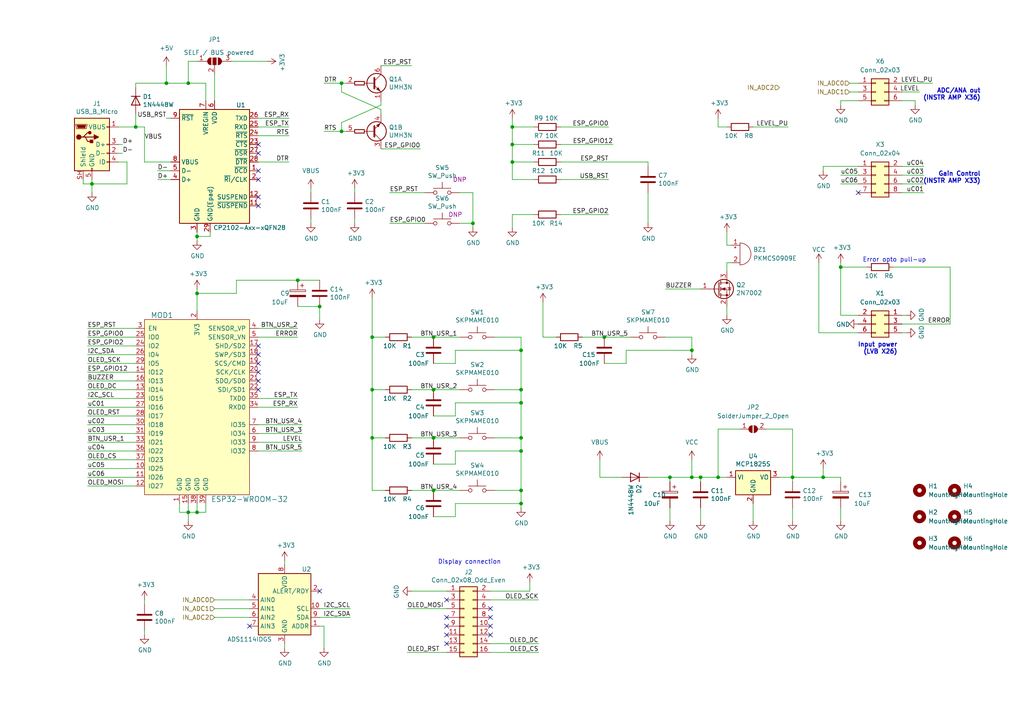
<source format=kicad_sch>
(kicad_sch (version 20211123) (generator eeschema)

  (uuid 60ff6322-62e2-4602-9bc0-7a0f0a5ecfbf)

  (paper "A4")

  

  (junction (at 107.95 97.79) (diameter 0) (color 0 0 0 0)
    (uuid 01640fbc-df19-4731-8c7e-f0206df31cb5)
  )
  (junction (at 86.36 81.28) (diameter 0) (color 0 0 0 0)
    (uuid 03e6a5ac-b562-4a91-acb3-f470adbe1f76)
  )
  (junction (at 175.26 97.79) (diameter 0) (color 0 0 0 0)
    (uuid 0b5e56c2-74b4-4f3b-971b-581bae97c652)
  )
  (junction (at 39.37 36.83) (diameter 0) (color 0 0 0 0)
    (uuid 12a24e86-2c38-4685-bba9-fff8dddb4cb0)
  )
  (junction (at 99.06 38.1) (diameter 0) (color 0 0 0 0)
    (uuid 180245d9-4a3f-4d1b-adcc-b4eafac722e0)
  )
  (junction (at 125.73 113.03) (diameter 0) (color 0 0 0 0)
    (uuid 1bfb1b1a-6079-412b-80ea-f4cc3a263d6f)
  )
  (junction (at 137.16 64.77) (diameter 0) (color 0 0 0 0)
    (uuid 1dfbf353-5b24-4c0f-8322-8fcd514ae75e)
  )
  (junction (at 26.67 53.34) (diameter 0) (color 0 0 0 0)
    (uuid 1f9ae101-c652-4998-a503-17aedf3d5746)
  )
  (junction (at 57.15 68.58) (diameter 0) (color 0 0 0 0)
    (uuid 36d783e7-096f-4c97-9672-7e08c083b87b)
  )
  (junction (at 99.06 24.13) (diameter 0) (color 0 0 0 0)
    (uuid 3c5e5ea9-793d-46e3-86bc-5884c4490dc7)
  )
  (junction (at 151.13 146.05) (diameter 0) (color 0 0 0 0)
    (uuid 3dc7c427-e5f7-45b6-9b78-d44441cb2cd4)
  )
  (junction (at 148.59 46.99) (diameter 0) (color 0 0 0 0)
    (uuid 4a54c707-7b6f-4a3d-a74d-5e3526114aba)
  )
  (junction (at 125.73 97.79) (diameter 0) (color 0 0 0 0)
    (uuid 4f294d48-de66-45bd-83d1-a4f60fb2a0c2)
  )
  (junction (at 243.84 77.47) (diameter 0) (color 0 0 0 0)
    (uuid 4f96ebad-bce0-4a4d-9c4a-24f31509b0a4)
  )
  (junction (at 107.95 113.03) (diameter 0) (color 0 0 0 0)
    (uuid 5274bd4d-b3a6-421d-b926-4c46f9470e2f)
  )
  (junction (at 125.73 127) (diameter 0) (color 0 0 0 0)
    (uuid 58909626-c411-403a-969d-1d8865c1219c)
  )
  (junction (at 148.59 41.91) (diameter 0) (color 0 0 0 0)
    (uuid 60b393ef-b4cd-4d0d-b218-8e186321dab6)
  )
  (junction (at 54.61 24.13) (diameter 0) (color 0 0 0 0)
    (uuid 6298b17d-1371-40b7-97c8-a4a373d6325e)
  )
  (junction (at 48.26 24.13) (diameter 0) (color 0 0 0 0)
    (uuid 65aae062-ae36-490f-a192-f1322d76f739)
  )
  (junction (at 151.13 113.03) (diameter 0) (color 0 0 0 0)
    (uuid 68fdfae5-8943-4710-ad7d-348d2fdf7b79)
  )
  (junction (at 107.95 127) (diameter 0) (color 0 0 0 0)
    (uuid 7a8aa5f5-7463-41b0-8bf9-cafa61bf226c)
  )
  (junction (at 238.76 138.43) (diameter 0) (color 0 0 0 0)
    (uuid 7bea05d4-1dec-4cd6-aa53-302dde803254)
  )
  (junction (at 151.13 101.6) (diameter 0) (color 0 0 0 0)
    (uuid 7d7abbf0-e990-409b-a27f-6da5185b3886)
  )
  (junction (at 151.13 130.81) (diameter 0) (color 0 0 0 0)
    (uuid 81da9909-9778-4de7-b343-175c9db4675d)
  )
  (junction (at 148.59 36.83) (diameter 0) (color 0 0 0 0)
    (uuid 869d6302-ae22-478f-9723-3feacbb12eef)
  )
  (junction (at 54.61 148.59) (diameter 0) (color 0 0 0 0)
    (uuid 8bdea5f6-7a53-427a-92b8-fd15994c2e8c)
  )
  (junction (at 125.73 142.24) (diameter 0) (color 0 0 0 0)
    (uuid 90e35cda-49cc-4322-a075-051479032de3)
  )
  (junction (at 151.13 127) (diameter 0) (color 0 0 0 0)
    (uuid 9cb4e056-3d41-4e5d-a5e3-7ea72564f03b)
  )
  (junction (at 200.66 101.6) (diameter 0) (color 0 0 0 0)
    (uuid 9ec0be17-3571-4cfd-83ca-c505602c3be6)
  )
  (junction (at 57.15 85.09) (diameter 0) (color 0 0 0 0)
    (uuid a5aedd37-46af-48af-8ae8-3785e245cc6e)
  )
  (junction (at 151.13 116.84) (diameter 0) (color 0 0 0 0)
    (uuid afa5d714-96d9-47f9-8d38-c592a7b78168)
  )
  (junction (at 151.13 142.24) (diameter 0) (color 0 0 0 0)
    (uuid b4e922d5-e9ae-4b96-b5bc-025ca63987dd)
  )
  (junction (at 208.28 138.43) (diameter 0) (color 0 0 0 0)
    (uuid cf67ad6b-2843-4560-a4b0-c0ac7899d00d)
  )
  (junction (at 229.87 138.43) (diameter 0) (color 0 0 0 0)
    (uuid de370984-7922-4327-a0ba-7cd613995df4)
  )
  (junction (at 203.2 138.43) (diameter 0) (color 0 0 0 0)
    (uuid e79c8e11-ed47-4701-ae80-a54cdb6682a5)
  )
  (junction (at 92.71 88.9) (diameter 0) (color 0 0 0 0)
    (uuid e94cdb40-163d-405e-b329-171a71a3c93d)
  )
  (junction (at 200.66 138.43) (diameter 0) (color 0 0 0 0)
    (uuid f4a1ab68-998b-43e3-aa33-40b58210bc99)
  )
  (junction (at 194.31 138.43) (diameter 0) (color 0 0 0 0)
    (uuid f860f099-9d99-4520-ab63-9dad6f34c107)
  )
  (junction (at 57.15 148.59) (diameter 0) (color 0 0 0 0)
    (uuid fa00d3f4-bb71-4b1d-aa40-ae9267e2c41f)
  )

  (no_connect (at 74.93 105.41) (uuid 083becc8-e25d-4206-9636-55457650bbe3))
  (no_connect (at 74.93 110.49) (uuid 10b74ec8-a945-4dff-9e89-049e2aee7861))
  (no_connect (at 74.93 41.91) (uuid 18c61c95-8af1-4986-b67e-c7af9c15ab6b))
  (no_connect (at 92.71 171.45) (uuid 247f29e8-e171-4803-927a-f3834e2cd1f3))
  (no_connect (at 142.24 179.07) (uuid 275b6416-db29-42cc-9307-bf426917c3b4))
  (no_connect (at 129.54 184.15) (uuid 29cbb0bc-f66b-4d11-80e7-5bb270e42496))
  (no_connect (at 142.24 176.53) (uuid 3c22d605-7855-4cc6-8ad2-906cadbd02dc))
  (no_connect (at 74.93 100.33) (uuid 3e3d55c8-e0ea-48fb-8421-a84b7cb7055b))
  (no_connect (at 74.93 44.45) (uuid 4e27930e-1827-4788-aa6b-487321d46602))
  (no_connect (at 74.93 59.69) (uuid 593b8647-0095-46cc-ba23-3cf2a86edb5e))
  (no_connect (at 74.93 57.15) (uuid 60aa0ce8-9d0e-48ca-bbf9-866403979e9b))
  (no_connect (at 74.93 102.87) (uuid 725cdf26-4b92-46db-bca9-10d930002dda))
  (no_connect (at 74.93 113.03) (uuid 79451892-db6b-4999-916d-6392174ee493))
  (no_connect (at 74.93 107.95) (uuid 7acd513a-187b-4936-9f93-2e521ce33ad5))
  (no_connect (at 74.93 49.53) (uuid 8cd050d6-228c-4da0-9533-b4f8d14cfb34))
  (no_connect (at 248.92 55.88) (uuid 8d066af3-56c2-49f2-80c2-5735fd07a0b4))
  (no_connect (at 142.24 181.61) (uuid 91fc5800-6029-46b1-848d-ca0091f97267))
  (no_connect (at 72.39 181.61) (uuid ac22db93-e727-4c57-90ff-022e6d7ff7f5))
  (no_connect (at 142.24 184.15) (uuid bb8162f0-99c8-4884-be5b-c0d0c7e81ff6))
  (no_connect (at 74.93 52.07) (uuid bde95c06-433a-4c03-bc48-e3abcdb4e054))
  (no_connect (at 129.54 179.07) (uuid c2dd13db-24b6-40f1-b75b-b9ab893d92ea))
  (no_connect (at 129.54 186.69) (uuid c401e9c6-1deb-4979-99be-7c801c952098))
  (no_connect (at 129.54 181.61) (uuid d1c19c11-0a13-4237-b6b4-fb2ef1db7c6d))
  (no_connect (at 129.54 173.99) (uuid df83f395-2d18-47e2-a370-952ca41c2b3a))

  (wire (pts (xy 261.62 48.26) (xy 267.97 48.26))
    (stroke (width 0) (type default) (color 0 0 0 0))
    (uuid 015af63e-dc2b-46b1-a32d-c2e3b8f44317)
  )
  (wire (pts (xy 229.87 147.32) (xy 229.87 151.13))
    (stroke (width 0) (type default) (color 0 0 0 0))
    (uuid 015f5586-ba76-4a98-9114-f5cd2c67134d)
  )
  (wire (pts (xy 175.26 97.79) (xy 182.88 97.79))
    (stroke (width 0) (type default) (color 0 0 0 0))
    (uuid 01a662f7-6cc5-4954-978c-538e90239add)
  )
  (wire (pts (xy 54.61 24.13) (xy 59.69 24.13))
    (stroke (width 0) (type default) (color 0 0 0 0))
    (uuid 0499d173-b579-4ab8-bc73-ea8ea6c4c700)
  )
  (wire (pts (xy 68.58 81.28) (xy 86.36 81.28))
    (stroke (width 0) (type default) (color 0 0 0 0))
    (uuid 0904ac1a-aa6b-4164-8e23-8c17b0562eae)
  )
  (wire (pts (xy 57.15 68.58) (xy 57.15 67.31))
    (stroke (width 0) (type default) (color 0 0 0 0))
    (uuid 0a1a4d88-972a-46ce-b25e-6cb796bd41f7)
  )
  (wire (pts (xy 25.4 105.41) (xy 39.37 105.41))
    (stroke (width 0) (type default) (color 0 0 0 0))
    (uuid 0b9f21ed-3d41-4f23-ae45-74117a5f3153)
  )
  (wire (pts (xy 208.28 138.43) (xy 203.2 138.43))
    (stroke (width 0) (type default) (color 0 0 0 0))
    (uuid 0c3c19de-317f-4c9d-8669-87659ab86d50)
  )
  (wire (pts (xy 107.95 113.03) (xy 107.95 127))
    (stroke (width 0) (type default) (color 0 0 0 0))
    (uuid 0dfb012a-26d7-4eba-ab1a-971bf4bc8671)
  )
  (wire (pts (xy 143.51 113.03) (xy 151.13 113.03))
    (stroke (width 0) (type default) (color 0 0 0 0))
    (uuid 10308f4d-322d-4ffc-af46-e623a283ea8b)
  )
  (wire (pts (xy 25.4 120.65) (xy 39.37 120.65))
    (stroke (width 0) (type default) (color 0 0 0 0))
    (uuid 10d8ad0e-6a08-4053-92aa-23a15910fd21)
  )
  (wire (pts (xy 243.84 91.44) (xy 243.84 77.47))
    (stroke (width 0) (type default) (color 0 0 0 0))
    (uuid 1180f33e-f224-4439-92e9-4a12a9c6cc68)
  )
  (wire (pts (xy 200.66 133.35) (xy 200.66 138.43))
    (stroke (width 0) (type default) (color 0 0 0 0))
    (uuid 12fa3c3f-3d14-451a-a6a8-884fd1b32fa7)
  )
  (wire (pts (xy 148.59 41.91) (xy 148.59 46.99))
    (stroke (width 0) (type default) (color 0 0 0 0))
    (uuid 15b0e923-529b-490e-8ba7-4f74a8e52c69)
  )
  (wire (pts (xy 125.73 127) (xy 133.35 127))
    (stroke (width 0) (type default) (color 0 0 0 0))
    (uuid 16442a35-06e5-486a-a1bf-a53e997d9a0f)
  )
  (wire (pts (xy 175.26 105.41) (xy 181.61 105.41))
    (stroke (width 0) (type default) (color 0 0 0 0))
    (uuid 1886a93c-7bc3-4c8a-8fef-a54a7a25cfa7)
  )
  (wire (pts (xy 62.23 176.53) (xy 72.39 176.53))
    (stroke (width 0) (type default) (color 0 0 0 0))
    (uuid 1a3896dc-e816-4c09-a57f-31e542bbd9ca)
  )
  (wire (pts (xy 200.66 102.87) (xy 200.66 101.6))
    (stroke (width 0) (type default) (color 0 0 0 0))
    (uuid 1aa35546-c260-44fd-916b-fbc941c9479d)
  )
  (wire (pts (xy 208.28 138.43) (xy 208.28 124.46))
    (stroke (width 0) (type default) (color 0 0 0 0))
    (uuid 1b46eca9-914d-4ab8-9907-770a340f6ce0)
  )
  (wire (pts (xy 54.61 148.59) (xy 57.15 148.59))
    (stroke (width 0) (type default) (color 0 0 0 0))
    (uuid 1cb22080-0f59-4c18-a6e6-8685ef44ec53)
  )
  (wire (pts (xy 86.36 81.28) (xy 92.71 81.28))
    (stroke (width 0) (type default) (color 0 0 0 0))
    (uuid 1e7c4b37-f0dc-41f5-ad4a-34c06ae31b03)
  )
  (wire (pts (xy 100.33 24.13) (xy 99.06 24.13))
    (stroke (width 0) (type default) (color 0 0 0 0))
    (uuid 1fbb0219-551e-409b-a61b-76e8cebdfb9d)
  )
  (wire (pts (xy 68.58 81.28) (xy 68.58 85.09))
    (stroke (width 0) (type default) (color 0 0 0 0))
    (uuid 22236bec-4a4c-474c-8e18-3b9a0d884f03)
  )
  (wire (pts (xy 39.37 135.89) (xy 25.4 135.89))
    (stroke (width 0) (type default) (color 0 0 0 0))
    (uuid 22962957-1efd-404d-83db-5b233b6c15b0)
  )
  (wire (pts (xy 200.66 101.6) (xy 200.66 97.79))
    (stroke (width 0) (type default) (color 0 0 0 0))
    (uuid 2303f0ca-d89c-4397-886c-f4a3ed8b2ac2)
  )
  (wire (pts (xy 48.26 19.05) (xy 48.26 24.13))
    (stroke (width 0) (type default) (color 0 0 0 0))
    (uuid 2534d572-cd6d-4164-8f18-e9949ba9b42d)
  )
  (wire (pts (xy 137.16 55.88) (xy 133.35 55.88))
    (stroke (width 0) (type default) (color 0 0 0 0))
    (uuid 269f19c3-6824-45a8-be29-fa58d70cbb42)
  )
  (wire (pts (xy 57.15 85.09) (xy 57.15 90.17))
    (stroke (width 0) (type default) (color 0 0 0 0))
    (uuid 27f4f09a-2e91-483d-9d43-b93c61785c52)
  )
  (wire (pts (xy 99.06 24.13) (xy 99.06 26.67))
    (stroke (width 0) (type default) (color 0 0 0 0))
    (uuid 28e37b45-f843-47c2-85c9-ca19f5430ece)
  )
  (wire (pts (xy 60.96 67.31) (xy 60.96 68.58))
    (stroke (width 0) (type default) (color 0 0 0 0))
    (uuid 29bb7297-26fb-4776-9266-2355d022bab0)
  )
  (wire (pts (xy 176.53 62.23) (xy 162.56 62.23))
    (stroke (width 0) (type default) (color 0 0 0 0))
    (uuid 2a1de22d-6451-488d-af77-0bf8841bd695)
  )
  (wire (pts (xy 92.71 88.9) (xy 92.71 92.71))
    (stroke (width 0) (type default) (color 0 0 0 0))
    (uuid 2a8c6d21-0f6f-4df3-b327-4e6eebb495be)
  )
  (wire (pts (xy 25.4 123.19) (xy 39.37 123.19))
    (stroke (width 0) (type default) (color 0 0 0 0))
    (uuid 2cd5e95a-c3e2-4861-8cfc-23bebd747c31)
  )
  (wire (pts (xy 25.4 102.87) (xy 39.37 102.87))
    (stroke (width 0) (type default) (color 0 0 0 0))
    (uuid 2ea8fa6f-efc3-40fe-bcf9-05bfa46ead4f)
  )
  (wire (pts (xy 194.31 147.32) (xy 194.31 151.13))
    (stroke (width 0) (type default) (color 0 0 0 0))
    (uuid 2f424da3-8fae-4941-bc6d-20044787372f)
  )
  (wire (pts (xy 119.38 97.79) (xy 125.73 97.79))
    (stroke (width 0) (type default) (color 0 0 0 0))
    (uuid 2fe7c4aa-33bd-46c6-a02e-20bf7cb6875a)
  )
  (wire (pts (xy 62.23 21.59) (xy 62.23 29.21))
    (stroke (width 0) (type default) (color 0 0 0 0))
    (uuid 312cbb32-9571-49f3-9535-4901ee64b620)
  )
  (wire (pts (xy 82.55 186.69) (xy 82.55 187.96))
    (stroke (width 0) (type default) (color 0 0 0 0))
    (uuid 347562f5-b152-4e7b-8a69-40ca6daaaad4)
  )
  (wire (pts (xy 118.11 189.23) (xy 129.54 189.23))
    (stroke (width 0) (type default) (color 0 0 0 0))
    (uuid 355ced6c-c08a-4586-9a09-7a9c624536f6)
  )
  (wire (pts (xy 25.4 107.95) (xy 39.37 107.95))
    (stroke (width 0) (type default) (color 0 0 0 0))
    (uuid 35c6497a-18b9-491f-b131-e4297d8f96ca)
  )
  (wire (pts (xy 243.84 53.34) (xy 248.92 53.34))
    (stroke (width 0) (type default) (color 0 0 0 0))
    (uuid 35cc0305-9260-4d36-af70-8d262cfa0dc2)
  )
  (wire (pts (xy 34.29 46.99) (xy 36.83 46.99))
    (stroke (width 0) (type default) (color 0 0 0 0))
    (uuid 35ef9c4a-35f6-467b-a704-b1d9354880cf)
  )
  (wire (pts (xy 137.16 64.77) (xy 137.16 55.88))
    (stroke (width 0) (type default) (color 0 0 0 0))
    (uuid 38cfe839-c630-43d3-a9ec-6a89ba9e318a)
  )
  (wire (pts (xy 74.93 130.81) (xy 87.63 130.81))
    (stroke (width 0) (type default) (color 0 0 0 0))
    (uuid 3b05eff3-6c84-4618-90e0-0afab989aec9)
  )
  (wire (pts (xy 151.13 147.32) (xy 151.13 146.05))
    (stroke (width 0) (type default) (color 0 0 0 0))
    (uuid 3b753257-c6aa-48e2-8fbb-65e172254f49)
  )
  (wire (pts (xy 41.91 36.83) (xy 39.37 36.83))
    (stroke (width 0) (type default) (color 0 0 0 0))
    (uuid 3e0392c0-affc-4114-9de5-1f1cfe79418a)
  )
  (wire (pts (xy 118.11 176.53) (xy 129.54 176.53))
    (stroke (width 0) (type default) (color 0 0 0 0))
    (uuid 3ed2c840-383d-4cbd-bc3b-c4ea4c97b333)
  )
  (wire (pts (xy 151.13 146.05) (xy 151.13 142.24))
    (stroke (width 0) (type default) (color 0 0 0 0))
    (uuid 3ffe6a2d-e3b6-484a-acd4-401a37c287f6)
  )
  (wire (pts (xy 156.21 186.69) (xy 142.24 186.69))
    (stroke (width 0) (type default) (color 0 0 0 0))
    (uuid 4086cbd7-6ba7-4e63-8da9-17e60627ee17)
  )
  (wire (pts (xy 243.84 30.48) (xy 243.84 29.21))
    (stroke (width 0) (type default) (color 0 0 0 0))
    (uuid 41fd0096-953d-49a5-b7b1-c986c610c29b)
  )
  (wire (pts (xy 238.76 135.89) (xy 238.76 138.43))
    (stroke (width 0) (type default) (color 0 0 0 0))
    (uuid 42d3f9d6-2a47-41a8-b942-295fcb83bcd8)
  )
  (wire (pts (xy 162.56 46.99) (xy 187.96 46.99))
    (stroke (width 0) (type default) (color 0 0 0 0))
    (uuid 443bc73a-8dc0-4e2f-a292-a5eff00efa5b)
  )
  (wire (pts (xy 62.23 173.99) (xy 72.39 173.99))
    (stroke (width 0) (type default) (color 0 0 0 0))
    (uuid 4641c87c-bffa-41fe-ae77-be3a97a6f797)
  )
  (wire (pts (xy 243.84 151.13) (xy 243.84 147.32))
    (stroke (width 0) (type default) (color 0 0 0 0))
    (uuid 46cbe85d-ff47-428e-b187-4ebd50a66e0c)
  )
  (wire (pts (xy 25.4 118.11) (xy 39.37 118.11))
    (stroke (width 0) (type default) (color 0 0 0 0))
    (uuid 475ed8b3-90bf-48cd-bce5-d8f48b689541)
  )
  (wire (pts (xy 229.87 124.46) (xy 229.87 138.43))
    (stroke (width 0) (type default) (color 0 0 0 0))
    (uuid 4a282423-67e4-4c9c-bb82-beffae3a6f3f)
  )
  (wire (pts (xy 107.95 113.03) (xy 111.76 113.03))
    (stroke (width 0) (type default) (color 0 0 0 0))
    (uuid 4a4949c5-b952-4a5d-99cd-15958bb1c0a7)
  )
  (wire (pts (xy 148.59 52.07) (xy 148.59 46.99))
    (stroke (width 0) (type default) (color 0 0 0 0))
    (uuid 4b1fce17-dec7-457e-ba3b-a77604e77dc9)
  )
  (wire (pts (xy 113.03 64.77) (xy 123.19 64.77))
    (stroke (width 0) (type default) (color 0 0 0 0))
    (uuid 4cafb73d-1ad8-4d24-acf7-63d78095ae46)
  )
  (wire (pts (xy 35.56 44.45) (xy 34.29 44.45))
    (stroke (width 0) (type default) (color 0 0 0 0))
    (uuid 4d4fecdd-be4a-47e9-9085-2268d5852d8f)
  )
  (wire (pts (xy 238.76 49.53) (xy 238.76 48.26))
    (stroke (width 0) (type default) (color 0 0 0 0))
    (uuid 4e20d7ba-c629-4b03-a4fa-1c53eed54d3d)
  )
  (wire (pts (xy 125.73 97.79) (xy 133.35 97.79))
    (stroke (width 0) (type default) (color 0 0 0 0))
    (uuid 4ed0a268-7cdd-4a80-9883-cf3ce5a7ce6b)
  )
  (wire (pts (xy 162.56 41.91) (xy 177.8 41.91))
    (stroke (width 0) (type default) (color 0 0 0 0))
    (uuid 4f852024-4528-4c29-b48d-f8741aff91c1)
  )
  (wire (pts (xy 132.08 105.41) (xy 132.08 101.6))
    (stroke (width 0) (type default) (color 0 0 0 0))
    (uuid 4fe2da4e-964c-447f-8a3a-aa5d0297d9fe)
  )
  (wire (pts (xy 57.15 85.09) (xy 68.58 85.09))
    (stroke (width 0) (type default) (color 0 0 0 0))
    (uuid 4fe48c78-c334-4b58-8387-fec141661466)
  )
  (wire (pts (xy 218.44 146.05) (xy 218.44 151.13))
    (stroke (width 0) (type default) (color 0 0 0 0))
    (uuid 541721d1-074b-496e-a833-813044b3e8ca)
  )
  (wire (pts (xy 99.06 35.56) (xy 99.06 38.1))
    (stroke (width 0) (type default) (color 0 0 0 0))
    (uuid 54212c01-b363-47b8-a145-45c40df316f4)
  )
  (wire (pts (xy 137.16 66.04) (xy 137.16 64.77))
    (stroke (width 0) (type default) (color 0 0 0 0))
    (uuid 582622a2-fad4-4737-9a80-be9fffbba8ab)
  )
  (wire (pts (xy 133.35 64.77) (xy 137.16 64.77))
    (stroke (width 0) (type default) (color 0 0 0 0))
    (uuid 5889287d-b845-4684-b23e-663811b25d27)
  )
  (wire (pts (xy 210.82 76.2) (xy 212.09 76.2))
    (stroke (width 0) (type default) (color 0 0 0 0))
    (uuid 5905dc30-fa40-46f9-ac86-36afe93923a4)
  )
  (wire (pts (xy 74.93 95.25) (xy 86.36 95.25))
    (stroke (width 0) (type default) (color 0 0 0 0))
    (uuid 595be453-f7ae-43a4-98dc-9f4206218d14)
  )
  (wire (pts (xy 26.67 53.34) (xy 26.67 52.07))
    (stroke (width 0) (type default) (color 0 0 0 0))
    (uuid 5c30b9b4-3014-4f50-9329-27a539b67e01)
  )
  (wire (pts (xy 54.61 17.78) (xy 54.61 24.13))
    (stroke (width 0) (type default) (color 0 0 0 0))
    (uuid 5da50ad6-92c3-40ce-9ac7-6537cd607e43)
  )
  (wire (pts (xy 132.08 116.84) (xy 151.13 116.84))
    (stroke (width 0) (type default) (color 0 0 0 0))
    (uuid 5dd9331b-14fc-438b-bcc8-6318b45292c2)
  )
  (wire (pts (xy 25.4 138.43) (xy 39.37 138.43))
    (stroke (width 0) (type default) (color 0 0 0 0))
    (uuid 5f312b85-6822-40a3-b417-2df49696ca2d)
  )
  (wire (pts (xy 57.15 146.05) (xy 57.15 148.59))
    (stroke (width 0) (type default) (color 0 0 0 0))
    (uuid 5ff19d63-2cb4-438b-93c4-e66d37a05329)
  )
  (wire (pts (xy 57.15 148.59) (xy 59.69 148.59))
    (stroke (width 0) (type default) (color 0 0 0 0))
    (uuid 616287d9-a51f-498c-8b91-be46a0aa3a7f)
  )
  (wire (pts (xy 143.51 127) (xy 151.13 127))
    (stroke (width 0) (type default) (color 0 0 0 0))
    (uuid 62c54e83-debd-42e9-b6b0-aaa706a2ff13)
  )
  (wire (pts (xy 187.96 64.77) (xy 187.96 55.88))
    (stroke (width 0) (type default) (color 0 0 0 0))
    (uuid 633292d3-80c5-4986-be82-ce926e9f09f4)
  )
  (wire (pts (xy 59.69 148.59) (xy 59.69 146.05))
    (stroke (width 0) (type default) (color 0 0 0 0))
    (uuid 637f12be-fa48-4ce4-96b2-04c21a8795c8)
  )
  (wire (pts (xy 153.67 171.45) (xy 142.24 171.45))
    (stroke (width 0) (type default) (color 0 0 0 0))
    (uuid 63caf46e-0228-40de-b819-c6bd29dd1711)
  )
  (wire (pts (xy 39.37 33.02) (xy 39.37 36.83))
    (stroke (width 0) (type default) (color 0 0 0 0))
    (uuid 6513181c-0a6a-4560-9a18-17450c36ae2a)
  )
  (wire (pts (xy 151.13 101.6) (xy 151.13 113.03))
    (stroke (width 0) (type default) (color 0 0 0 0))
    (uuid 65388e2e-32ea-41d7-98a2-35744b85e784)
  )
  (wire (pts (xy 151.13 97.79) (xy 143.51 97.79))
    (stroke (width 0) (type default) (color 0 0 0 0))
    (uuid 673897c0-277a-4fdb-9be1-18d140fcfb9c)
  )
  (wire (pts (xy 246.38 24.13) (xy 248.92 24.13))
    (stroke (width 0) (type default) (color 0 0 0 0))
    (uuid 67a63d8e-5e42-4c12-826d-9f0cd0cfb517)
  )
  (wire (pts (xy 243.84 77.47) (xy 243.84 76.2))
    (stroke (width 0) (type default) (color 0 0 0 0))
    (uuid 6898ce2c-c7d0-4991-80fd-1bc9797ec472)
  )
  (wire (pts (xy 125.73 134.62) (xy 132.08 134.62))
    (stroke (width 0) (type default) (color 0 0 0 0))
    (uuid 6899b026-3b64-4037-bed1-640f04ac41d7)
  )
  (wire (pts (xy 148.59 34.29) (xy 148.59 36.83))
    (stroke (width 0) (type default) (color 0 0 0 0))
    (uuid 691af561-538d-4e8f-a916-26cad45eb7d6)
  )
  (wire (pts (xy 176.53 52.07) (xy 162.56 52.07))
    (stroke (width 0) (type default) (color 0 0 0 0))
    (uuid 6ac3ab53-7523-4805-bfd2-5de19dff127e)
  )
  (wire (pts (xy 210.82 67.31) (xy 210.82 71.12))
    (stroke (width 0) (type default) (color 0 0 0 0))
    (uuid 6baf7785-0a89-4e98-bed5-f8c149c06795)
  )
  (wire (pts (xy 151.13 130.81) (xy 151.13 142.24))
    (stroke (width 0) (type default) (color 0 0 0 0))
    (uuid 6d4ab6f9-b483-459e-b7b7-7b2e8fa44480)
  )
  (wire (pts (xy 39.37 97.79) (xy 25.4 97.79))
    (stroke (width 0) (type default) (color 0 0 0 0))
    (uuid 6f580eb1-88cc-489d-a7ca-9efa5e590715)
  )
  (wire (pts (xy 125.73 120.65) (xy 132.08 120.65))
    (stroke (width 0) (type default) (color 0 0 0 0))
    (uuid 6f81f3f4-fc1e-4be8-92d7-32713d46998c)
  )
  (wire (pts (xy 54.61 148.59) (xy 54.61 151.13))
    (stroke (width 0) (type default) (color 0 0 0 0))
    (uuid 701e1517-e8cf-46f4-b538-98e721c97380)
  )
  (wire (pts (xy 92.71 181.61) (xy 93.98 181.61))
    (stroke (width 0) (type default) (color 0 0 0 0))
    (uuid 70d34adf-9bd8-469e-8c77-5c0d7adf511e)
  )
  (wire (pts (xy 49.53 52.07) (xy 45.72 52.07))
    (stroke (width 0) (type default) (color 0 0 0 0))
    (uuid 71c6e723-673c-45a9-a0e4-9742220c52a3)
  )
  (wire (pts (xy 119.38 171.45) (xy 129.54 171.45))
    (stroke (width 0) (type default) (color 0 0 0 0))
    (uuid 7233cb6b-d8fd-4fcd-9b4f-8b0ed19b1b12)
  )
  (wire (pts (xy 210.82 78.74) (xy 210.82 76.2))
    (stroke (width 0) (type default) (color 0 0 0 0))
    (uuid 73abb1c8-dae6-4fcd-9035-3cd634208c53)
  )
  (wire (pts (xy 41.91 184.15) (xy 41.91 182.88))
    (stroke (width 0) (type default) (color 0 0 0 0))
    (uuid 73fbe87f-3928-49c2-bf87-839d907c6aef)
  )
  (wire (pts (xy 261.62 93.98) (xy 275.59 93.98))
    (stroke (width 0) (type default) (color 0 0 0 0))
    (uuid 747a6a4c-4641-4b0c-9c0e-f5fe21c8d40b)
  )
  (wire (pts (xy 237.49 76.2) (xy 237.49 96.52))
    (stroke (width 0) (type default) (color 0 0 0 0))
    (uuid 74bb6dcf-0765-4cd7-be56-d63c5caf22b6)
  )
  (wire (pts (xy 86.36 118.11) (xy 74.93 118.11))
    (stroke (width 0) (type default) (color 0 0 0 0))
    (uuid 76afa8e0-9b3a-439d-843c-ad039d3b6354)
  )
  (wire (pts (xy 48.26 24.13) (xy 54.61 24.13))
    (stroke (width 0) (type default) (color 0 0 0 0))
    (uuid 7a4c9148-cc21-409c-a0e4-84d9c4ff88c0)
  )
  (wire (pts (xy 83.82 34.29) (xy 74.93 34.29))
    (stroke (width 0) (type default) (color 0 0 0 0))
    (uuid 7a74c4b1-6243-4a12-85a2-bc41d346e7aa)
  )
  (wire (pts (xy 25.4 110.49) (xy 39.37 110.49))
    (stroke (width 0) (type default) (color 0 0 0 0))
    (uuid 7b766787-7689-40b8-9ef5-c0b1af45a9ae)
  )
  (wire (pts (xy 110.49 29.21) (xy 110.49 30.48))
    (stroke (width 0) (type default) (color 0 0 0 0))
    (uuid 7bfba61b-6752-4a45-9ee6-5984dcb15041)
  )
  (wire (pts (xy 25.4 130.81) (xy 39.37 130.81))
    (stroke (width 0) (type default) (color 0 0 0 0))
    (uuid 7c3789d2-16d5-44bc-866d-b664353827d4)
  )
  (wire (pts (xy 148.59 36.83) (xy 154.94 36.83))
    (stroke (width 0) (type default) (color 0 0 0 0))
    (uuid 7ce7415d-7c22-49f6-8215-488853ccc8c6)
  )
  (wire (pts (xy 83.82 39.37) (xy 74.93 39.37))
    (stroke (width 0) (type default) (color 0 0 0 0))
    (uuid 7d76d925-f900-42af-a03f-bb32d2381b09)
  )
  (wire (pts (xy 132.08 120.65) (xy 132.08 116.84))
    (stroke (width 0) (type default) (color 0 0 0 0))
    (uuid 7efd7141-906b-4fe6-aaef-96cb49e701cc)
  )
  (wire (pts (xy 92.71 176.53) (xy 101.6 176.53))
    (stroke (width 0) (type default) (color 0 0 0 0))
    (uuid 7f9683c1-2203-43df-8fa1-719a0dc360df)
  )
  (wire (pts (xy 35.56 41.91) (xy 34.29 41.91))
    (stroke (width 0) (type default) (color 0 0 0 0))
    (uuid 8458d41c-5d62-455d-b6e1-9f718c0faac9)
  )
  (wire (pts (xy 151.13 116.84) (xy 151.13 127))
    (stroke (width 0) (type default) (color 0 0 0 0))
    (uuid 859bdde2-aade-4f27-b25e-30e0efbe49ff)
  )
  (wire (pts (xy 99.06 26.67) (xy 110.49 31.75))
    (stroke (width 0) (type default) (color 0 0 0 0))
    (uuid 88610282-a92d-4c3d-917a-ea95d59e0759)
  )
  (wire (pts (xy 24.13 52.07) (xy 24.13 53.34))
    (stroke (width 0) (type default) (color 0 0 0 0))
    (uuid 88cb65f4-7e9e-44eb-8692-3b6e2e788a94)
  )
  (wire (pts (xy 107.95 86.36) (xy 107.95 97.79))
    (stroke (width 0) (type default) (color 0 0 0 0))
    (uuid 88f27ee3-c89c-40d1-b8eb-c5f74feeffa4)
  )
  (wire (pts (xy 210.82 71.12) (xy 212.09 71.12))
    (stroke (width 0) (type default) (color 0 0 0 0))
    (uuid 892e0c04-c31a-4aa3-a11b-a14299e3863e)
  )
  (wire (pts (xy 265.43 30.48) (xy 265.43 29.21))
    (stroke (width 0) (type default) (color 0 0 0 0))
    (uuid 8aad3d29-2740-4fa0-b6af-1a1329d465f6)
  )
  (wire (pts (xy 153.67 168.91) (xy 153.67 171.45))
    (stroke (width 0) (type default) (color 0 0 0 0))
    (uuid 8aff0f38-92a8-45ec-b106-b185e93ca3fd)
  )
  (wire (pts (xy 57.15 83.82) (xy 57.15 85.09))
    (stroke (width 0) (type default) (color 0 0 0 0))
    (uuid 8b7bbefd-8f78-41f8-809c-2534a5de3b39)
  )
  (wire (pts (xy 107.95 97.79) (xy 107.95 113.03))
    (stroke (width 0) (type default) (color 0 0 0 0))
    (uuid 8dae6da0-3ed8-49b1-b05d-de10f136f162)
  )
  (wire (pts (xy 168.91 97.79) (xy 175.26 97.79))
    (stroke (width 0) (type default) (color 0 0 0 0))
    (uuid 901aa07d-6cfe-4a24-bca8-c21fbb117c43)
  )
  (wire (pts (xy 208.28 124.46) (xy 214.63 124.46))
    (stroke (width 0) (type default) (color 0 0 0 0))
    (uuid 90dcfc21-661d-439d-81db-27321b54f9e7)
  )
  (wire (pts (xy 208.28 36.83) (xy 210.82 36.83))
    (stroke (width 0) (type default) (color 0 0 0 0))
    (uuid 91c5fd05-0f35-4f45-9e22-190c715a42fa)
  )
  (wire (pts (xy 119.38 19.05) (xy 110.49 19.05))
    (stroke (width 0) (type default) (color 0 0 0 0))
    (uuid 92035a88-6c95-4a61-bd8a-cb8dd9e5018a)
  )
  (wire (pts (xy 261.62 29.21) (xy 265.43 29.21))
    (stroke (width 0) (type default) (color 0 0 0 0))
    (uuid 92cbddca-47cc-432e-84d9-921c2a617f95)
  )
  (wire (pts (xy 86.36 115.57) (xy 74.93 115.57))
    (stroke (width 0) (type default) (color 0 0 0 0))
    (uuid 946404ba-9297-43ec-9d67-30184041145f)
  )
  (wire (pts (xy 25.4 115.57) (xy 39.37 115.57))
    (stroke (width 0) (type default) (color 0 0 0 0))
    (uuid 9529c01f-e1cd-40be-b7f0-83780a544249)
  )
  (wire (pts (xy 102.87 54.61) (xy 102.87 55.88))
    (stroke (width 0) (type default) (color 0 0 0 0))
    (uuid 955cc99e-a129-42cf-abc7-aa99813fdb5f)
  )
  (wire (pts (xy 74.93 97.79) (xy 86.36 97.79))
    (stroke (width 0) (type default) (color 0 0 0 0))
    (uuid 967fc0bc-597e-401a-8ec4-8208a7728694)
  )
  (wire (pts (xy 132.08 134.62) (xy 132.08 130.81))
    (stroke (width 0) (type default) (color 0 0 0 0))
    (uuid 96adee0c-9b19-4da3-8aa4-1495eac0131b)
  )
  (wire (pts (xy 173.99 138.43) (xy 180.34 138.43))
    (stroke (width 0) (type default) (color 0 0 0 0))
    (uuid 97172127-7e15-499b-97b2-78a6d593816a)
  )
  (wire (pts (xy 238.76 48.26) (xy 248.92 48.26))
    (stroke (width 0) (type default) (color 0 0 0 0))
    (uuid 973193ec-8f37-49e2-8624-764e3d728c0c)
  )
  (wire (pts (xy 125.73 149.86) (xy 132.08 149.86))
    (stroke (width 0) (type default) (color 0 0 0 0))
    (uuid 973e2a42-89e8-4f6b-8a85-136ec32ee787)
  )
  (wire (pts (xy 54.61 17.78) (xy 57.15 17.78))
    (stroke (width 0) (type default) (color 0 0 0 0))
    (uuid 9782ef92-ead2-4e46-b14d-da048e48b7dd)
  )
  (wire (pts (xy 110.49 31.75) (xy 110.49 33.02))
    (stroke (width 0) (type default) (color 0 0 0 0))
    (uuid 98914cc3-56fe-40bb-820a-3d157225c145)
  )
  (wire (pts (xy 87.63 128.27) (xy 74.93 128.27))
    (stroke (width 0) (type default) (color 0 0 0 0))
    (uuid 99186658-0361-40ba-ae93-62f23c5622e6)
  )
  (wire (pts (xy 100.33 38.1) (xy 99.06 38.1))
    (stroke (width 0) (type default) (color 0 0 0 0))
    (uuid 99332785-d9f1-4363-9377-26ddc18e6d2c)
  )
  (wire (pts (xy 110.49 30.48) (xy 99.06 35.56))
    (stroke (width 0) (type default) (color 0 0 0 0))
    (uuid 99dfa524-0366-4808-b4e8-328fc38e8656)
  )
  (wire (pts (xy 243.84 29.21) (xy 248.92 29.21))
    (stroke (width 0) (type default) (color 0 0 0 0))
    (uuid 9b6994e6-c40e-498d-ac9f-887afe9ad4a8)
  )
  (wire (pts (xy 210.82 138.43) (xy 208.28 138.43))
    (stroke (width 0) (type default) (color 0 0 0 0))
    (uuid 9db16341-dac0-4aab-9c62-7d88c111c1ce)
  )
  (wire (pts (xy 99.06 24.13) (xy 93.98 24.13))
    (stroke (width 0) (type default) (color 0 0 0 0))
    (uuid 9dcdc92b-2219-4a4a-8954-45f02cc3ab25)
  )
  (wire (pts (xy 193.04 97.79) (xy 200.66 97.79))
    (stroke (width 0) (type default) (color 0 0 0 0))
    (uuid a078bdaf-7ad4-4663-aaa6-7ef9460f6c57)
  )
  (wire (pts (xy 143.51 142.24) (xy 151.13 142.24))
    (stroke (width 0) (type default) (color 0 0 0 0))
    (uuid a44cdec3-db25-4afd-a8ae-a736db47a9ab)
  )
  (wire (pts (xy 238.76 138.43) (xy 243.84 138.43))
    (stroke (width 0) (type default) (color 0 0 0 0))
    (uuid a5362821-c161-4c7a-a00c-40e1d7472d56)
  )
  (wire (pts (xy 54.61 146.05) (xy 54.61 148.59))
    (stroke (width 0) (type default) (color 0 0 0 0))
    (uuid a599509f-fbb9-4db4-9adf-9e96bab1138d)
  )
  (wire (pts (xy 82.55 162.56) (xy 82.55 163.83))
    (stroke (width 0) (type default) (color 0 0 0 0))
    (uuid a64aeb89-c24a-493b-9aab-87a6be930bde)
  )
  (wire (pts (xy 261.62 26.67) (xy 266.7 26.67))
    (stroke (width 0) (type default) (color 0 0 0 0))
    (uuid a6c90766-c5b7-4475-93b4-c1810fa2a1fb)
  )
  (wire (pts (xy 39.37 100.33) (xy 25.4 100.33))
    (stroke (width 0) (type default) (color 0 0 0 0))
    (uuid a76a574b-1cac-43eb-81e6-0e2e278cea39)
  )
  (wire (pts (xy 86.36 88.9) (xy 92.71 88.9))
    (stroke (width 0) (type default) (color 0 0 0 0))
    (uuid a7b5511b-61ec-459a-8110-aca80e1a7bae)
  )
  (wire (pts (xy 36.83 53.34) (xy 26.67 53.34))
    (stroke (width 0) (type default) (color 0 0 0 0))
    (uuid a7f25f41-0b4c-4430-b6cd-b2160b2db099)
  )
  (wire (pts (xy 156.21 173.99) (xy 142.24 173.99))
    (stroke (width 0) (type default) (color 0 0 0 0))
    (uuid a7fc0812-140f-4d96-9cd8-ead8c1c610b1)
  )
  (wire (pts (xy 25.4 128.27) (xy 39.37 128.27))
    (stroke (width 0) (type default) (color 0 0 0 0))
    (uuid a8895680-35f2-4d63-8411-7d3e53eea38c)
  )
  (wire (pts (xy 125.73 142.24) (xy 133.35 142.24))
    (stroke (width 0) (type default) (color 0 0 0 0))
    (uuid a92b273a-9d1e-4ec1-9b4f-75f4223ef71c)
  )
  (wire (pts (xy 203.2 138.43) (xy 200.66 138.43))
    (stroke (width 0) (type default) (color 0 0 0 0))
    (uuid aa047297-22f8-4de0-a969-0b3451b8e164)
  )
  (wire (pts (xy 48.26 34.29) (xy 49.53 34.29))
    (stroke (width 0) (type default) (color 0 0 0 0))
    (uuid aa1c6f47-cbd4-4cbd-8265-e5ac08b7ffc8)
  )
  (wire (pts (xy 203.2 139.7) (xy 203.2 138.43))
    (stroke (width 0) (type default) (color 0 0 0 0))
    (uuid ab8b0540-9c9f-4195-88f5-7bed0b0a8ed6)
  )
  (wire (pts (xy 119.38 127) (xy 125.73 127))
    (stroke (width 0) (type default) (color 0 0 0 0))
    (uuid abfb1de5-d0bd-428b-bcb8-a663cdb38afb)
  )
  (wire (pts (xy 39.37 24.13) (xy 48.26 24.13))
    (stroke (width 0) (type default) (color 0 0 0 0))
    (uuid acaad4a6-4f4b-4a31-b3ca-fed41c2487fa)
  )
  (wire (pts (xy 25.4 133.35) (xy 39.37 133.35))
    (stroke (width 0) (type default) (color 0 0 0 0))
    (uuid af186015-d283-4209-aade-a247e5de01df)
  )
  (wire (pts (xy 119.38 113.03) (xy 125.73 113.03))
    (stroke (width 0) (type default) (color 0 0 0 0))
    (uuid af5e760d-76de-426f-819c-4955a7241bd1)
  )
  (wire (pts (xy 229.87 138.43) (xy 238.76 138.43))
    (stroke (width 0) (type default) (color 0 0 0 0))
    (uuid b0b4c3cb-e7ea-49c0-8162-be3bbab3e4ec)
  )
  (wire (pts (xy 39.37 95.25) (xy 25.4 95.25))
    (stroke (width 0) (type default) (color 0 0 0 0))
    (uuid b13e8448-bf35-4ec0-9c70-3f2250718cc2)
  )
  (wire (pts (xy 173.99 133.35) (xy 173.99 138.43))
    (stroke (width 0) (type default) (color 0 0 0 0))
    (uuid b232f379-384e-4167-8fd6-c34d72caa954)
  )
  (wire (pts (xy 90.17 54.61) (xy 90.17 55.88))
    (stroke (width 0) (type default) (color 0 0 0 0))
    (uuid b284f609-dc7e-49cd-a56e-df0cd19c4a61)
  )
  (wire (pts (xy 222.25 124.46) (xy 229.87 124.46))
    (stroke (width 0) (type default) (color 0 0 0 0))
    (uuid b3633bd2-7f7b-4d1c-809b-149755a83f26)
  )
  (wire (pts (xy 41.91 36.83) (xy 41.91 46.99))
    (stroke (width 0) (type default) (color 0 0 0 0))
    (uuid b4833916-7a3e-4498-86fb-ec6d13262ffe)
  )
  (wire (pts (xy 261.62 96.52) (xy 262.89 96.52))
    (stroke (width 0) (type default) (color 0 0 0 0))
    (uuid b5ca430a-e13d-4d7d-be71-0ff638b3b46d)
  )
  (wire (pts (xy 243.84 138.43) (xy 243.84 139.7))
    (stroke (width 0) (type default) (color 0 0 0 0))
    (uuid b794d099-f823-4d35-9755-ca1c45247ee9)
  )
  (wire (pts (xy 194.31 138.43) (xy 194.31 139.7))
    (stroke (width 0) (type default) (color 0 0 0 0))
    (uuid b7d06af4-a5b1-447f-9b1a-8b44eb1cc204)
  )
  (wire (pts (xy 36.83 46.99) (xy 36.83 53.34))
    (stroke (width 0) (type default) (color 0 0 0 0))
    (uuid b8b961e9-8a60-45fc-999a-a7a3baff4e0d)
  )
  (wire (pts (xy 39.37 140.97) (xy 25.4 140.97))
    (stroke (width 0) (type default) (color 0 0 0 0))
    (uuid bd085057-7c0e-463a-982b-968a2dc1f0f8)
  )
  (wire (pts (xy 275.59 77.47) (xy 259.08 77.47))
    (stroke (width 0) (type default) (color 0 0 0 0))
    (uuid bd19905a-c686-45c9-a5c3-1a26b1b34b21)
  )
  (wire (pts (xy 25.4 125.73) (xy 39.37 125.73))
    (stroke (width 0) (type default) (color 0 0 0 0))
    (uuid bd2d50c7-611d-4b1c-b23d-4699a6fd4f08)
  )
  (wire (pts (xy 132.08 101.6) (xy 151.13 101.6))
    (stroke (width 0) (type default) (color 0 0 0 0))
    (uuid bda69d40-0583-4572-8bf6-8d3c9ce5fd61)
  )
  (wire (pts (xy 181.61 105.41) (xy 181.61 101.6))
    (stroke (width 0) (type default) (color 0 0 0 0))
    (uuid be0ad481-40c5-4e96-a8af-132bf1c3b0d5)
  )
  (wire (pts (xy 123.19 55.88) (xy 113.03 55.88))
    (stroke (width 0) (type default) (color 0 0 0 0))
    (uuid be4b72db-0e02-4d9b-844a-aff689b4e648)
  )
  (wire (pts (xy 237.49 96.52) (xy 248.92 96.52))
    (stroke (width 0) (type default) (color 0 0 0 0))
    (uuid be6f45f2-86cd-4b1f-8b4c-b653d38b7886)
  )
  (wire (pts (xy 193.04 83.82) (xy 203.2 83.82))
    (stroke (width 0) (type default) (color 0 0 0 0))
    (uuid bf03eb8c-3d94-4f77-a99d-8f4f0890b5c5)
  )
  (wire (pts (xy 218.44 36.83) (xy 228.6 36.83))
    (stroke (width 0) (type default) (color 0 0 0 0))
    (uuid bf6aa18c-14e8-45af-9518-7efe1ac8851a)
  )
  (wire (pts (xy 148.59 36.83) (xy 148.59 41.91))
    (stroke (width 0) (type default) (color 0 0 0 0))
    (uuid c1bac86f-cbf6-4c5b-b60d-c26fa73d9c09)
  )
  (wire (pts (xy 261.62 53.34) (xy 267.97 53.34))
    (stroke (width 0) (type default) (color 0 0 0 0))
    (uuid c71e3f9a-34b4-468b-aa9d-043c2a044b2b)
  )
  (wire (pts (xy 121.92 43.18) (xy 110.49 43.18))
    (stroke (width 0) (type default) (color 0 0 0 0))
    (uuid c8b6b273-3d20-4a46-8069-f6d608563604)
  )
  (wire (pts (xy 181.61 101.6) (xy 200.66 101.6))
    (stroke (width 0) (type default) (color 0 0 0 0))
    (uuid c8e61f9d-88c3-473c-b8d0-563725f7ae15)
  )
  (wire (pts (xy 275.59 93.98) (xy 275.59 77.47))
    (stroke (width 0) (type default) (color 0 0 0 0))
    (uuid c94ad1b3-7b2b-4997-af2b-4d21d16a3344)
  )
  (wire (pts (xy 132.08 130.81) (xy 151.13 130.81))
    (stroke (width 0) (type default) (color 0 0 0 0))
    (uuid c9d19072-5224-4dbc-b6fc-aa87fa250bf6)
  )
  (wire (pts (xy 246.38 26.67) (xy 248.92 26.67))
    (stroke (width 0) (type default) (color 0 0 0 0))
    (uuid ca6cf766-397d-4c7d-bcf2-35d009e27539)
  )
  (wire (pts (xy 107.95 127) (xy 111.76 127))
    (stroke (width 0) (type default) (color 0 0 0 0))
    (uuid ca870bee-a3e3-46f6-bbdf-4e5eec62a3a4)
  )
  (wire (pts (xy 93.98 181.61) (xy 93.98 187.96))
    (stroke (width 0) (type default) (color 0 0 0 0))
    (uuid cb083d38-4f11-4a80-8b19-ab751c405e4a)
  )
  (wire (pts (xy 60.96 68.58) (xy 57.15 68.58))
    (stroke (width 0) (type default) (color 0 0 0 0))
    (uuid cb6062da-8dcd-4826-92fd-4071e9e97213)
  )
  (wire (pts (xy 52.07 146.05) (xy 52.07 148.59))
    (stroke (width 0) (type default) (color 0 0 0 0))
    (uuid cbebc05a-c4dd-4baf-8c08-196e84e08b27)
  )
  (wire (pts (xy 41.91 46.99) (xy 49.53 46.99))
    (stroke (width 0) (type default) (color 0 0 0 0))
    (uuid cc48dd41-7768-48d3-b096-2c4cc2126c9d)
  )
  (wire (pts (xy 261.62 50.8) (xy 267.97 50.8))
    (stroke (width 0) (type default) (color 0 0 0 0))
    (uuid ce20a56b-3504-4bfc-bbf1-cd076f8d7ec4)
  )
  (wire (pts (xy 132.08 149.86) (xy 132.08 146.05))
    (stroke (width 0) (type default) (color 0 0 0 0))
    (uuid cedfb0d8-0e1d-44e0-bf51-3a997c386416)
  )
  (wire (pts (xy 90.17 64.77) (xy 90.17 63.5))
    (stroke (width 0) (type default) (color 0 0 0 0))
    (uuid cf815d51-c956-4c5a-adde-c373cb025b07)
  )
  (wire (pts (xy 203.2 147.32) (xy 203.2 151.13))
    (stroke (width 0) (type default) (color 0 0 0 0))
    (uuid d05faa1f-5f69-41bf-86d3-2cd224432e1b)
  )
  (wire (pts (xy 74.93 123.19) (xy 87.63 123.19))
    (stroke (width 0) (type default) (color 0 0 0 0))
    (uuid d08fd13f-c408-4e07-9227-7522c6d194c6)
  )
  (wire (pts (xy 156.21 189.23) (xy 142.24 189.23))
    (stroke (width 0) (type default) (color 0 0 0 0))
    (uuid d1cd5391-31d2-459f-8adb-4ae3f304a833)
  )
  (wire (pts (xy 157.48 87.63) (xy 157.48 97.79))
    (stroke (width 0) (type default) (color 0 0 0 0))
    (uuid d2389119-bcaa-41f0-ab35-6e53b3c8f60b)
  )
  (wire (pts (xy 151.13 113.03) (xy 151.13 116.84))
    (stroke (width 0) (type default) (color 0 0 0 0))
    (uuid d2b3e86c-a168-4b9e-b4da-74a05b5661cb)
  )
  (wire (pts (xy 151.13 97.79) (xy 151.13 101.6))
    (stroke (width 0) (type default) (color 0 0 0 0))
    (uuid d34243d2-838c-4657-8d81-1ea81850238f)
  )
  (wire (pts (xy 125.73 105.41) (xy 132.08 105.41))
    (stroke (width 0) (type default) (color 0 0 0 0))
    (uuid d3f25603-fa42-4d77-bf3c-eacea8b3b61e)
  )
  (wire (pts (xy 154.94 52.07) (xy 148.59 52.07))
    (stroke (width 0) (type default) (color 0 0 0 0))
    (uuid d66d3c12-11ce-4566-9a45-962e329503d8)
  )
  (wire (pts (xy 154.94 62.23) (xy 148.59 62.23))
    (stroke (width 0) (type default) (color 0 0 0 0))
    (uuid d7e5a060-eb57-4238-9312-26bc885fc97d)
  )
  (wire (pts (xy 176.53 36.83) (xy 162.56 36.83))
    (stroke (width 0) (type default) (color 0 0 0 0))
    (uuid da6f4122-0ecc-496f-b0fd-e4abef534976)
  )
  (wire (pts (xy 92.71 179.07) (xy 101.6 179.07))
    (stroke (width 0) (type default) (color 0 0 0 0))
    (uuid dc1d84c8-33da-4489-be8e-2a1de3001779)
  )
  (wire (pts (xy 102.87 64.77) (xy 102.87 63.5))
    (stroke (width 0) (type default) (color 0 0 0 0))
    (uuid dca1d7db-c913-4d73-a2cc-fdc9651eda69)
  )
  (wire (pts (xy 243.84 77.47) (xy 251.46 77.47))
    (stroke (width 0) (type default) (color 0 0 0 0))
    (uuid dcc860e8-90e2-456f-8b51-ac2ae1569a34)
  )
  (wire (pts (xy 41.91 173.99) (xy 41.91 175.26))
    (stroke (width 0) (type default) (color 0 0 0 0))
    (uuid dd334895-c8ff-4719-bac4-c0b289bb5899)
  )
  (wire (pts (xy 107.95 97.79) (xy 111.76 97.79))
    (stroke (width 0) (type default) (color 0 0 0 0))
    (uuid dd60adf4-8c2a-45e9-a71d-d51785824df5)
  )
  (wire (pts (xy 39.37 113.03) (xy 25.4 113.03))
    (stroke (width 0) (type default) (color 0 0 0 0))
    (uuid df2a6036-7274-4398-9365-148b6ddab90d)
  )
  (wire (pts (xy 226.06 138.43) (xy 229.87 138.43))
    (stroke (width 0) (type default) (color 0 0 0 0))
    (uuid df3dc9a2-ba40-4c3a-87fe-61cc8e23d71b)
  )
  (wire (pts (xy 107.95 142.24) (xy 111.76 142.24))
    (stroke (width 0) (type default) (color 0 0 0 0))
    (uuid df6ae1db-8737-479d-983f-d15b6f8c104e)
  )
  (wire (pts (xy 45.72 49.53) (xy 49.53 49.53))
    (stroke (width 0) (type default) (color 0 0 0 0))
    (uuid e091e263-c616-48ef-a460-465c70218987)
  )
  (wire (pts (xy 74.93 125.73) (xy 87.63 125.73))
    (stroke (width 0) (type default) (color 0 0 0 0))
    (uuid e0f8a8b3-01a5-4653-9a26-a797ba54f127)
  )
  (wire (pts (xy 148.59 41.91) (xy 154.94 41.91))
    (stroke (width 0) (type default) (color 0 0 0 0))
    (uuid e1065dd6-51a6-427f-ad1e-b52bfd33cd3b)
  )
  (wire (pts (xy 154.94 46.99) (xy 148.59 46.99))
    (stroke (width 0) (type default) (color 0 0 0 0))
    (uuid e1b88aa4-d887-4eea-83ff-5c009f4390c4)
  )
  (wire (pts (xy 119.38 142.24) (xy 125.73 142.24))
    (stroke (width 0) (type default) (color 0 0 0 0))
    (uuid e255923d-d537-44d8-8e90-1f9f919c0762)
  )
  (wire (pts (xy 24.13 53.34) (xy 26.67 53.34))
    (stroke (width 0) (type default) (color 0 0 0 0))
    (uuid e5b328f6-dc69-4905-ae98-2dc3200a51d6)
  )
  (wire (pts (xy 132.08 146.05) (xy 151.13 146.05))
    (stroke (width 0) (type default) (color 0 0 0 0))
    (uuid e6852cd4-490c-4316-a097-f73a975e9cf6)
  )
  (wire (pts (xy 200.66 138.43) (xy 194.31 138.43))
    (stroke (width 0) (type default) (color 0 0 0 0))
    (uuid e76ec524-408a-4daa-89f6-0edfdbcfb621)
  )
  (wire (pts (xy 229.87 138.43) (xy 229.87 139.7))
    (stroke (width 0) (type default) (color 0 0 0 0))
    (uuid e87a6f80-914f-4f62-9c9f-9ba62a88ee3d)
  )
  (wire (pts (xy 39.37 24.13) (xy 39.37 25.4))
    (stroke (width 0) (type default) (color 0 0 0 0))
    (uuid eab9c52c-3aa0-43a7-bc7f-7e234ff1e9f4)
  )
  (wire (pts (xy 187.96 48.26) (xy 187.96 46.99))
    (stroke (width 0) (type default) (color 0 0 0 0))
    (uuid eac8d865-0226-4958-b547-6b5592f39713)
  )
  (wire (pts (xy 57.15 69.85) (xy 57.15 68.58))
    (stroke (width 0) (type default) (color 0 0 0 0))
    (uuid eb8d02e9-145c-465d-b6a8-bae84d47a94b)
  )
  (wire (pts (xy 261.62 55.88) (xy 267.97 55.88))
    (stroke (width 0) (type default) (color 0 0 0 0))
    (uuid eb8e0f98-93ea-432d-be13-5cfbd108721d)
  )
  (wire (pts (xy 261.62 24.13) (xy 270.51 24.13))
    (stroke (width 0) (type default) (color 0 0 0 0))
    (uuid ebfae705-98bc-48e8-949b-e23067f99f06)
  )
  (wire (pts (xy 125.73 113.03) (xy 133.35 113.03))
    (stroke (width 0) (type default) (color 0 0 0 0))
    (uuid ed30588e-09d1-4b51-9a3b-925acd62bd56)
  )
  (wire (pts (xy 83.82 46.99) (xy 74.93 46.99))
    (stroke (width 0) (type default) (color 0 0 0 0))
    (uuid ed8a7f02-cf05-41d0-97b4-4388ef205e73)
  )
  (wire (pts (xy 157.48 97.79) (xy 161.29 97.79))
    (stroke (width 0) (type default) (color 0 0 0 0))
    (uuid ee0671bb-ed39-46fd-be29-4e8b62f0e3a7)
  )
  (wire (pts (xy 248.92 91.44) (xy 243.84 91.44))
    (stroke (width 0) (type default) (color 0 0 0 0))
    (uuid eeee06f1-b1d6-4a0a-9afb-bc6f990265ed)
  )
  (wire (pts (xy 261.62 91.44) (xy 262.89 91.44))
    (stroke (width 0) (type default) (color 0 0 0 0))
    (uuid efbd3197-cbc9-408a-a2b5-e8292a952aae)
  )
  (wire (pts (xy 243.84 50.8) (xy 248.92 50.8))
    (stroke (width 0) (type default) (color 0 0 0 0))
    (uuid f13ed0e3-bcc2-442c-acf9-ffb4781e6a28)
  )
  (wire (pts (xy 148.59 66.04) (xy 148.59 62.23))
    (stroke (width 0) (type default) (color 0 0 0 0))
    (uuid f19c9655-8ddb-411a-96dd-bd986870c3c6)
  )
  (wire (pts (xy 208.28 34.29) (xy 208.28 36.83))
    (stroke (width 0) (type default) (color 0 0 0 0))
    (uuid f1ccdb59-e481-494e-a7fd-e252d0738e52)
  )
  (wire (pts (xy 83.82 36.83) (xy 74.93 36.83))
    (stroke (width 0) (type default) (color 0 0 0 0))
    (uuid f1e619ac-5067-41df-8384-776ec70a6093)
  )
  (wire (pts (xy 67.31 17.78) (xy 77.47 17.78))
    (stroke (width 0) (type default) (color 0 0 0 0))
    (uuid f2395e7d-13bb-4216-b296-b3485535b653)
  )
  (wire (pts (xy 39.37 36.83) (xy 34.29 36.83))
    (stroke (width 0) (type default) (color 0 0 0 0))
    (uuid f357ddb5-3f44-43b0-b00d-d64f5c62ba4a)
  )
  (wire (pts (xy 107.95 127) (xy 107.95 142.24))
    (stroke (width 0) (type default) (color 0 0 0 0))
    (uuid f5401df8-f920-41b6-b9db-4b502f92d4ac)
  )
  (wire (pts (xy 210.82 88.9) (xy 210.82 91.44))
    (stroke (width 0) (type default) (color 0 0 0 0))
    (uuid f70bd6f2-5ec4-47b5-9836-0e4b30651ad6)
  )
  (wire (pts (xy 59.69 29.21) (xy 59.69 24.13))
    (stroke (width 0) (type default) (color 0 0 0 0))
    (uuid f73b5500-6337-4860-a114-6e307f65ec9f)
  )
  (wire (pts (xy 52.07 148.59) (xy 54.61 148.59))
    (stroke (width 0) (type default) (color 0 0 0 0))
    (uuid f7447e92-4293-41c4-be3f-69b30aad1f17)
  )
  (wire (pts (xy 99.06 38.1) (xy 93.98 38.1))
    (stroke (width 0) (type default) (color 0 0 0 0))
    (uuid f8f3a9fc-1e34-4573-a767-508104e8d242)
  )
  (wire (pts (xy 151.13 127) (xy 151.13 130.81))
    (stroke (width 0) (type default) (color 0 0 0 0))
    (uuid fa4fc05a-3269-4ac8-bf1f-b68cc511f05c)
  )
  (wire (pts (xy 26.67 55.88) (xy 26.67 53.34))
    (stroke (width 0) (type default) (color 0 0 0 0))
    (uuid faa1812c-fdf3-47ae-9cf4-ae06a263bfbd)
  )
  (wire (pts (xy 62.23 179.07) (xy 72.39 179.07))
    (stroke (width 0) (type default) (color 0 0 0 0))
    (uuid fd394069-d66e-441b-bad3-abc99761d396)
  )
  (wire (pts (xy 187.96 138.43) (xy 194.31 138.43))
    (stroke (width 0) (type default) (color 0 0 0 0))
    (uuid fdc00afe-ea71-4696-a25c-f632fbbcbbfe)
  )

  (text "Gain Control\n(INSTR AMP X33)" (at 284.48 53.34 180)
    (effects (font (size 1.27 1.27) (thickness 0.254) bold) (justify right bottom))
    (uuid 417c3e2d-592d-482a-b184-8446324291b7)
  )
  (text "Display connection" (at 127 163.83 0)
    (effects (font (size 1.27 1.27)) (justify left bottom))
    (uuid 4cc0e615-05a0-4f42-a208-4011ba8ef841)
  )
  (text "Input power\n(LVB X26)" (at 260.35 102.87 180)
    (effects (font (size 1.27 1.27) bold) (justify right bottom))
    (uuid 6ca24676-ce8e-44c3-ab32-ddb162a64e90)
  )
  (text "ADC/ANA out\n(INSTR AMP X36)" (at 284.48 29.21 180)
    (effects (font (size 1.27 1.27) bold) (justify right bottom))
    (uuid af9be534-0d70-4f22-9155-be5f684dddef)
  )
  (text "Error opto pull-up" (at 250.19 76.2 0)
    (effects (font (size 1.27 1.27)) (justify left bottom))
    (uuid c2b2b704-f962-44de-862d-833e730de321)
  )

  (label "RTS" (at 83.82 39.37 180)
    (effects (font (size 1.27 1.27)) (justify right bottom))
    (uuid 011ee658-718d-416a-85fd-961729cd1ee5)
  )
  (label "BTN_USR_2" (at 86.36 95.25 180)
    (effects (font (size 1.27 1.27)) (justify right bottom))
    (uuid 020ed8f1-fcae-4944-82b2-99565f8e5013)
  )
  (label "OLED_DC" (at 25.4 113.03 0)
    (effects (font (size 1.27 1.27)) (justify left bottom))
    (uuid 0554bea0-89b2-4e25-9ea3-4c73921c94cb)
  )
  (label "BTN_USR_4" (at 87.63 123.19 180)
    (effects (font (size 1.27 1.27)) (justify right bottom))
    (uuid 0e33579d-0a4d-404a-a517-80ae10729832)
  )
  (label "uC01" (at 25.4 118.11 0)
    (effects (font (size 1.27 1.27)) (justify left bottom))
    (uuid 0f334c1f-ec3c-4c16-ae10-81bf575ca934)
  )
  (label "ESP_RST" (at 176.53 46.99 180)
    (effects (font (size 1.27 1.27)) (justify right bottom))
    (uuid 18d11f32-e1a6-4f29-8e3c-0bfeb07299bd)
  )
  (label "VBUS" (at 41.91 40.64 0)
    (effects (font (size 1.27 1.27)) (justify left bottom))
    (uuid 1cc5480b-56b7-4379-98e2-ccafc88911a7)
  )
  (label "uC03" (at 267.97 50.8 180)
    (effects (font (size 1.27 1.27)) (justify right bottom))
    (uuid 2240ce69-f027-4c85-93ea-ed7b156f6993)
  )
  (label "LEVEL_PU" (at 228.6 36.83 180)
    (effects (font (size 1.27 1.27)) (justify right bottom))
    (uuid 22a290e3-58c4-4aae-b185-93fd6b844074)
  )
  (label "BUZZER" (at 193.04 83.82 0)
    (effects (font (size 1.27 1.27)) (justify left bottom))
    (uuid 25c39c19-5ede-4e52-9e7b-7151669c08e8)
  )
  (label "OLED_SCK" (at 156.21 173.99 180)
    (effects (font (size 1.27 1.27)) (justify right bottom))
    (uuid 26bc8641-9bca-4204-9709-deedbe202a36)
  )
  (label "ESP_RST" (at 113.03 55.88 0)
    (effects (font (size 1.27 1.27)) (justify left bottom))
    (uuid 283c990c-ae5a-4e41-a3ad-b40ca29fe90e)
  )
  (label "OLED_MOSI" (at 25.4 140.97 0)
    (effects (font (size 1.27 1.27)) (justify left bottom))
    (uuid 29126f72-63f7-4275-8b12-6b96a71c6f17)
  )
  (label "BTN_USR_5" (at 171.45 97.79 0)
    (effects (font (size 1.27 1.27)) (justify left bottom))
    (uuid 2e6a8d0d-25c0-449b-81e8-501055f54e42)
  )
  (label "BTN_USR_1" (at 121.92 97.79 0)
    (effects (font (size 1.27 1.27)) (justify left bottom))
    (uuid 2fd2ad9e-975b-4166-a58a-ed154dc08630)
  )
  (label "D-" (at 35.56 44.45 0)
    (effects (font (size 1.27 1.27)) (justify left bottom))
    (uuid 3326423d-8df7-4a7e-a354-349430b8fbd7)
  )
  (label "ESP_TX" (at 86.36 115.57 180)
    (effects (font (size 1.27 1.27)) (justify right bottom))
    (uuid 337e8520-cbd2-42c0-8d17-743bab17cbbd)
  )
  (label "LEVEL" (at 266.7 26.67 180)
    (effects (font (size 1.27 1.27)) (justify right bottom))
    (uuid 378fa221-3605-4078-83a9-9549f8285ee4)
  )
  (label "LEVEL" (at 87.63 128.27 180)
    (effects (font (size 1.27 1.27)) (justify right bottom))
    (uuid 38a5dcc8-2b8f-4500-8bf2-917ca10e2180)
  )
  (label "BTN_USR_3" (at 121.92 127 0)
    (effects (font (size 1.27 1.27)) (justify left bottom))
    (uuid 3977437d-4b3f-4fa2-a3b4-4d1ce9a70931)
  )
  (label "OLED_CS" (at 156.21 189.23 180)
    (effects (font (size 1.27 1.27)) (justify right bottom))
    (uuid 465137b4-f6f7-4d51-9b40-b161947d5cc1)
  )
  (label "uC05" (at 25.4 135.89 0)
    (effects (font (size 1.27 1.27)) (justify left bottom))
    (uuid 47374d71-1f2a-4dbd-904a-d475e1c85513)
  )
  (label "ESP_GPIO0" (at 113.03 64.77 0)
    (effects (font (size 1.27 1.27)) (justify left bottom))
    (uuid 49575217-40b0-4890-8acf-12982cca52b5)
  )
  (label "uC02" (at 267.97 53.34 180)
    (effects (font (size 1.27 1.27)) (justify right bottom))
    (uuid 4e7ceabf-cb23-46bf-8171-07001206e6ec)
  )
  (label "D+" (at 35.56 41.91 0)
    (effects (font (size 1.27 1.27)) (justify left bottom))
    (uuid 4ec618ae-096f-4256-9328-005ee04f13d6)
  )
  (label "uC04" (at 267.97 48.26 180)
    (effects (font (size 1.27 1.27)) (justify right bottom))
    (uuid 545c8cde-a8b9-4ff3-9445-3f70b363f4c8)
  )
  (label "ESP_GPIO12" (at 177.8 41.91 180)
    (effects (font (size 1.27 1.27)) (justify right bottom))
    (uuid 578f9d7c-89d6-4b7f-a4c9-dc009ec363fa)
  )
  (label "uC03" (at 25.4 125.73 0)
    (effects (font (size 1.27 1.27)) (justify left bottom))
    (uuid 5b34deac-7117-4925-aa32-2c9fe86d51d5)
  )
  (label "I2C_SCL" (at 25.4 115.57 0)
    (effects (font (size 1.27 1.27)) (justify left bottom))
    (uuid 5c7d6eaf-f256-4349-8203-d2e836872231)
  )
  (label "ESP_GPIO0" (at 121.92 43.18 180)
    (effects (font (size 1.27 1.27)) (justify right bottom))
    (uuid 5d9921f1-08b3-4cc9-8cf7-e9a72ca2fdb7)
  )
  (label "OLED_MOSI" (at 118.11 176.53 0)
    (effects (font (size 1.27 1.27)) (justify left bottom))
    (uuid 653a86ba-a1ae-4175-9d4c-c788087956d0)
  )
  (label "OLED_RST" (at 118.11 189.23 0)
    (effects (font (size 1.27 1.27)) (justify left bottom))
    (uuid 6a0919c2-460c-4229-b872-14e318e1ba8b)
  )
  (label "ESP_GPIO2" (at 176.53 62.23 180)
    (effects (font (size 1.27 1.27)) (justify right bottom))
    (uuid 6afc19cf-38b4-47a3-bc2b-445b18724310)
  )
  (label "BTN_USR_3" (at 87.63 125.73 180)
    (effects (font (size 1.27 1.27)) (justify right bottom))
    (uuid 701d2187-5007-4c56-b7a8-4e8a90c5fd36)
  )
  (label "DTR" (at 83.82 46.99 180)
    (effects (font (size 1.27 1.27)) (justify right bottom))
    (uuid 72508b1f-1505-46cb-9d37-2081c5a12aca)
  )
  (label "RTS" (at 93.98 38.1 0)
    (effects (font (size 1.27 1.27)) (justify left bottom))
    (uuid 79770cd5-32d7-429a-8248-0d9e6212231a)
  )
  (label "uC02" (at 25.4 123.19 0)
    (effects (font (size 1.27 1.27)) (justify left bottom))
    (uuid 7cae0cb2-ad60-4aaf-926b-9d1e6844b458)
  )
  (label "uC04" (at 25.4 130.81 0)
    (effects (font (size 1.27 1.27)) (justify left bottom))
    (uuid 7e208e4c-9a83-4806-9113-e15bf80b7753)
  )
  (label "ESP_RX" (at 83.82 34.29 180)
    (effects (font (size 1.27 1.27)) (justify right bottom))
    (uuid 802c2dc3-ca9f-491e-9d66-7893e89ac34c)
  )
  (label "OLED_CS" (at 25.4 133.35 0)
    (effects (font (size 1.27 1.27)) (justify left bottom))
    (uuid 88606262-3ac5-44a1-aacc-18b26cf4d396)
  )
  (label "ESP_GPIO2" (at 25.4 100.33 0)
    (effects (font (size 1.27 1.27)) (justify left bottom))
    (uuid 89a8e170-a222-41c0-b545-c9f4c5604011)
  )
  (label "OLED_RST" (at 25.4 120.65 0)
    (effects (font (size 1.27 1.27)) (justify left bottom))
    (uuid 8d063f79-9282-4820-bcf4-1ff3c006cf08)
  )
  (label "D+" (at 45.72 52.07 0)
    (effects (font (size 1.27 1.27)) (justify left bottom))
    (uuid 8de2d84c-ff45-4d4f-bc49-c166f6ae6b91)
  )
  (label "BTN_USR_4" (at 121.92 142.24 0)
    (effects (font (size 1.27 1.27)) (justify left bottom))
    (uuid 8fd0eaec-75ce-4293-847d-d5bfb9cb9e79)
  )
  (label "D-" (at 45.72 49.53 0)
    (effects (font (size 1.27 1.27)) (justify left bottom))
    (uuid 935057d5-6882-4c15-9a35-54677912ba12)
  )
  (label "uC06" (at 243.84 53.34 0)
    (effects (font (size 1.27 1.27)) (justify left bottom))
    (uuid 941e8558-46ac-48af-9e69-74768ca1d5fd)
  )
  (label "BTN_USR_2" (at 121.92 113.03 0)
    (effects (font (size 1.27 1.27)) (justify left bottom))
    (uuid 96ba32c1-20dc-4b1a-9a6b-cec039b6257e)
  )
  (label "OLED_SCK" (at 25.4 105.41 0)
    (effects (font (size 1.27 1.27)) (justify left bottom))
    (uuid 9da1ace0-4181-4f12-80f8-16786a9e5c07)
  )
  (label "ERROR" (at 86.36 97.79 180)
    (effects (font (size 1.27 1.27)) (justify right bottom))
    (uuid 9de1d690-dfca-4b6f-a53b-edd989d8aa4c)
  )
  (label "BTN_USR_5" (at 87.63 130.81 180)
    (effects (font (size 1.27 1.27)) (justify right bottom))
    (uuid 9e9b20c8-2f44-4525-bd94-fcc15083b915)
  )
  (label "uC05" (at 243.84 50.8 0)
    (effects (font (size 1.27 1.27)) (justify left bottom))
    (uuid a197421d-c0c6-4c88-bf7c-acf4968d34a4)
  )
  (label "LEVEL_PU" (at 270.51 24.13 180)
    (effects (font (size 1.27 1.27)) (justify right bottom))
    (uuid a7915572-7aa2-485b-8b53-f58893132880)
  )
  (label "USB_RST" (at 176.53 52.07 180)
    (effects (font (size 1.27 1.27)) (justify right bottom))
    (uuid a90361cd-254c-4d27-ae1f-9a6c85bafe28)
  )
  (label "USB_RST" (at 48.26 34.29 180)
    (effects (font (size 1.27 1.27)) (justify right bottom))
    (uuid a92f3b72-ed6d-4d99-9da6-35771bec3c77)
  )
  (label "BTN_USR_1" (at 25.4 128.27 0)
    (effects (font (size 1.27 1.27)) (justify left bottom))
    (uuid ad702d16-6423-4be7-ba5b-d07fa87f87c9)
  )
  (label "I2C_SDA" (at 101.6 179.07 180)
    (effects (font (size 1.27 1.27)) (justify right bottom))
    (uuid b0054ce1-b60e-41de-a6a2-bf712784dd39)
  )
  (label "ESP_GPIO12" (at 25.4 107.95 0)
    (effects (font (size 1.27 1.27)) (justify left bottom))
    (uuid b7306b65-dd45-471f-82d4-20204ec12229)
  )
  (label "I2C_SCL" (at 101.6 176.53 180)
    (effects (font (size 1.27 1.27)) (justify right bottom))
    (uuid c8ab8246-b2bb-4b06-b45e-2548482466fd)
  )
  (label "ERROR" (at 275.59 93.98 180)
    (effects (font (size 1.27 1.27)) (justify right bottom))
    (uuid cf900bf1-eef6-4ea6-b1e1-76ef07f4cb22)
  )
  (label "uC01" (at 267.97 55.88 180)
    (effects (font (size 1.27 1.27)) (justify right bottom))
    (uuid d4d70d15-ce8b-46b5-a9ef-c267d09a21ba)
  )
  (label "OLED_DC" (at 156.21 186.69 180)
    (effects (font (size 1.27 1.27)) (justify right bottom))
    (uuid d8200a86-aa75-47a3-ad2a-7f4c9c999a6f)
  )
  (label "BUZZER" (at 25.4 110.49 0)
    (effects (font (size 1.27 1.27)) (justify left bottom))
    (uuid da546d77-4b03-4562-8fc6-837fd68e7691)
  )
  (label "ESP_RST" (at 119.38 19.05 180)
    (effects (font (size 1.27 1.27)) (justify right bottom))
    (uuid dae72997-44fc-4275-b36f-cd70bf46cfba)
  )
  (label "ESP_RX" (at 86.36 118.11 180)
    (effects (font (size 1.27 1.27)) (justify right bottom))
    (uuid e0c7ddff-8c90-465f-be62-21fb49b059fa)
  )
  (label "I2C_SDA" (at 25.4 102.87 0)
    (effects (font (size 1.27 1.27)) (justify left bottom))
    (uuid e2fac877-439c-4da0-af2e-5fdc70f85d42)
  )
  (label "DTR" (at 93.98 24.13 0)
    (effects (font (size 1.27 1.27)) (justify left bottom))
    (uuid e4e20505-1208-4100-a4aa-676f50844c06)
  )
  (label "uC06" (at 25.4 138.43 0)
    (effects (font (size 1.27 1.27)) (justify left bottom))
    (uuid ed38d178-4d6e-4525-97fa-7bf1f0caaf1b)
  )
  (label "ESP_TX" (at 83.82 36.83 180)
    (effects (font (size 1.27 1.27)) (justify right bottom))
    (uuid eed466bf-cd88-4860-9abf-41a594ca08bd)
  )
  (label "ESP_RST" (at 25.4 95.25 0)
    (effects (font (size 1.27 1.27)) (justify left bottom))
    (uuid f0ff5d1c-5481-4958-b844-4f68a17d4166)
  )
  (label "ESP_GPIO0" (at 176.53 36.83 180)
    (effects (font (size 1.27 1.27)) (justify right bottom))
    (uuid f1782535-55f4-4299-bd4f-6f51b0b7259c)
  )
  (label "ESP_GPIO0" (at 25.4 97.79 0)
    (effects (font (size 1.27 1.27)) (justify left bottom))
    (uuid fdc60c06-30fa-4dfb-96b4-809b755999e1)
  )

  (hierarchical_label "IN_ADC2" (shape input) (at 226.06 25.4 180)
    (effects (font (size 1.27 1.27)) (justify right))
    (uuid 008aae77-6c74-4cbe-a8f5-2db8f84cb181)
  )
  (hierarchical_label "IN_ADC1" (shape input) (at 62.23 176.53 180)
    (effects (font (size 1.27 1.27)) (justify right))
    (uuid 307e338d-00d0-43e5-b78a-0f3db993cd24)
  )
  (hierarchical_label "IN_ADC0" (shape input) (at 62.23 173.99 180)
    (effects (font (size 1.27 1.27)) (justify right))
    (uuid 5d49e9a6-41dd-4072-adde-ef1036c1979b)
  )
  (hierarchical_label "IN_ADC1" (shape input) (at 246.38 26.67 180)
    (effects (font (size 1.27 1.27)) (justify right))
    (uuid 706d48d3-dd9e-4df3-b216-8184f4a7da44)
  )
  (hierarchical_label "IN_ADC0" (shape input) (at 246.38 24.13 180)
    (effects (font (size 1.27 1.27)) (justify right))
    (uuid d8df3888-3dc1-423d-824b-c2afadcd786a)
  )
  (hierarchical_label "IN_ADC2" (shape input) (at 62.23 179.07 180)
    (effects (font (size 1.27 1.27)) (justify right))
    (uuid ede13543-bff9-44a1-9ad7-8de025fa7832)
  )

  (symbol (lib_id "dk_RF-Transceiver-Modules:ESP32-WROOM-32") (at 52.07 92.71 0) (unit 1)
    (in_bom yes) (on_board yes)
    (uuid 00000000-0000-0000-0000-000060c7d848)
    (property "Reference" "MOD1" (id 0) (at 46.99 91.44 0)
      (effects (font (size 1.524 1.524)))
    )
    (property "Value" "ESP32-WROOM-32" (id 1) (at 72.39 144.78 0)
      (effects (font (size 1.524 1.524)))
    )
    (property "Footprint" "RF_Module:ESP32-WROOM-32" (id 2) (at 57.15 87.63 0)
      (effects (font (size 1.524 1.524)) (justify left) hide)
    )
    (property "Datasheet" "https://www.espressif.com/sites/default/files/documentation/esp32-wroom-32_datasheet_en.pdf" (id 3) (at 57.15 85.09 0)
      (effects (font (size 1.524 1.524)) (justify left) hide)
    )
    (property "Digi-Key_PN" "1904-1010-1-ND" (id 4) (at 57.15 82.55 0)
      (effects (font (size 1.524 1.524)) (justify left) hide)
    )
    (property "MPN" "ESP32-WROOM-32" (id 5) (at 57.15 80.01 0)
      (effects (font (size 1.524 1.524)) (justify left) hide)
    )
    (property "Category" "RF/IF and RFID" (id 6) (at 57.15 77.47 0)
      (effects (font (size 1.524 1.524)) (justify left) hide)
    )
    (property "Family" "RF Transceiver Modules" (id 7) (at 57.15 74.93 0)
      (effects (font (size 1.524 1.524)) (justify left) hide)
    )
    (property "Description" "SMD MODULE, ESP32-D0WDQ6, 32MBIT" (id 10) (at 57.15 67.31 0)
      (effects (font (size 1.524 1.524)) (justify left) hide)
    )
    (property "Manufacturer" "Espressif Systems" (id 11) (at 57.15 64.77 0)
      (effects (font (size 1.524 1.524)) (justify left) hide)
    )
    (property "Status" "Active" (id 12) (at 57.15 62.23 0)
      (effects (font (size 1.524 1.524)) (justify left) hide)
    )
    (pin "1" (uuid 8b82b171-43a7-41be-8774-5367587e4769))
    (pin "10" (uuid b4cb041b-95ce-4b42-bf0b-e5afa0e16941))
    (pin "11" (uuid db3c3152-99a3-4915-ad8c-57e1c8ab887c))
    (pin "12" (uuid 6b4f1e2f-e047-48b4-ba19-d4d6bcbff164))
    (pin "13" (uuid d976ef94-fa01-4c00-8202-108fbcf572a1))
    (pin "14" (uuid a92cbd7b-4e11-4c4a-ac80-3e9df6e322c6))
    (pin "15" (uuid 8d58703b-9a60-41cd-bee0-26c159bcfa52))
    (pin "16" (uuid b3640748-5a58-401c-a698-b5c23fa8aae3))
    (pin "17" (uuid fc91271c-6b7e-4a02-bca9-c2eb90446192))
    (pin "18" (uuid 9a4e02d7-4302-42d3-ab24-8c79912daaa9))
    (pin "19" (uuid 1328d75a-2533-4acd-8563-00b5d0f1dd9b))
    (pin "2" (uuid 7518b2c5-7e0b-4f42-92e9-33ba5e150ae2))
    (pin "20" (uuid 84159df1-2a43-4894-9f71-67dad2a59905))
    (pin "21" (uuid 0820861b-f8fd-40ae-9114-4ca2a69580f3))
    (pin "22" (uuid aa5327e4-4a85-4ff9-8b18-1088cb17351c))
    (pin "23" (uuid cd6bf396-eb8a-41d9-bd2d-77e62889cbd1))
    (pin "24" (uuid e0f014c6-37c5-4ffe-8057-728dba230699))
    (pin "25" (uuid 04eddb5d-34c2-46cf-a0b2-bd0f72462701))
    (pin "26" (uuid 279d3587-a577-4b71-87f4-b30df0497f5a))
    (pin "27" (uuid d53efbe9-9c42-41fd-a616-a8f6624f1830))
    (pin "28" (uuid 57677c25-184f-4244-b271-b321dc6cc561))
    (pin "29" (uuid 5401b886-fb63-47fa-b75f-2dab4e1a2b09))
    (pin "3" (uuid 04603258-ac65-42cb-85f4-e2e803cd260b))
    (pin "30" (uuid 68537c83-5eb7-48a3-8f0d-8157769f70ed))
    (pin "31" (uuid 4d94155c-74f4-4271-afa9-71cf986c4d61))
    (pin "32" (uuid 7463ca87-7d28-4317-ab27-d967872035a7))
    (pin "33" (uuid 3b09fa88-2f7a-4c19-9ad0-a0802116a481))
    (pin "34" (uuid d7ca5a95-140e-44c5-b68f-969334629f33))
    (pin "35" (uuid e6368879-26f7-43dd-8e47-b1d313351708))
    (pin "36" (uuid 04fb7d39-c2f8-4199-9b11-f144d6af7afb))
    (pin "37" (uuid 58a9b5e6-0bf7-4300-b2f6-7416da7a2eab))
    (pin "38" (uuid 645af00f-5f31-406b-a361-463bfedae4ee))
    (pin "39" (uuid 87d8dbbd-305f-423b-b14e-29ed9151a00b))
    (pin "4" (uuid a5b19a6b-3560-480a-9e20-4fca60fe79d8))
    (pin "5" (uuid a26de2b9-0192-45f7-aa1b-67fe1b2f7143))
    (pin "6" (uuid 67ea8d4e-cb14-4921-9c1a-d262a5071770))
    (pin "7" (uuid ae0cec6e-037f-4f9f-89a8-1e0402674b5b))
    (pin "8" (uuid 2ba55134-707a-4d2d-8863-f61287ef43fa))
    (pin "9" (uuid c27357dd-c789-43f8-8d9b-d92947dec194))
  )

  (symbol (lib_id "Interface_USB:CP2102-Axx-xQFN28") (at 62.23 62.23 0) (unit 1)
    (in_bom yes) (on_board yes)
    (uuid 00000000-0000-0000-0000-000060c7d84e)
    (property "Reference" "U1" (id 0) (at 69.85 30.48 0))
    (property "Value" "CP2102-Axx-xQFN28" (id 1) (at 72.39 66.04 0))
    (property "Footprint" "Package_DFN_QFN:QFN-28-1EP_5x5mm_P0.5mm_EP3.35x3.35mm" (id 2) (at 63.5 16.51 0)
      (effects (font (size 1.27 1.27)) hide)
    )
    (property "Datasheet" "https://www.silabs.com/documents/public/data-sheets/CP2102-9.pdf" (id 3) (at 54.61 58.42 0)
      (effects (font (size 1.27 1.27)) hide)
    )
    (pin "1" (uuid 6bfb62fd-f511-4cc5-88ec-52ada5db24c4))
    (pin "10" (uuid 11b9eb7b-d472-4a45-8414-a159b35fc820))
    (pin "11" (uuid 6280d2e7-d665-4255-92f4-f74220a2010b))
    (pin "12" (uuid 8fd6f004-c2a1-4f4b-86b3-fc8df542cb70))
    (pin "13" (uuid 0fc567a9-77b3-4513-adc4-5b02b7613231))
    (pin "14" (uuid 52a3bb0d-16d9-48ce-9083-5a1c874ef1f5))
    (pin "15" (uuid efda9431-ee65-4c08-bd7d-92d263baf62b))
    (pin "16" (uuid 2ce6b45d-37df-4621-9ccc-57b179107aaf))
    (pin "17" (uuid fa62d9b8-3d7d-432f-9a9c-6862dbc85689))
    (pin "18" (uuid 177ffa07-fe4c-4134-9117-3c0da4b99359))
    (pin "19" (uuid c9aceffe-a741-48c1-93f8-164f7e08bea8))
    (pin "2" (uuid ec3e7e7e-d8c7-4d80-9864-6536c8163186))
    (pin "20" (uuid f7efbdb2-27d2-4f14-8d3f-ecbd3c13a70c))
    (pin "21" (uuid 1b544d8d-2a44-4bdc-93b8-e16f77d35eeb))
    (pin "22" (uuid cff30316-172f-47ce-8a6b-c5681e761eef))
    (pin "23" (uuid 2fefc672-cf86-469b-b3ea-244c47fc826f))
    (pin "24" (uuid 4be7ef23-16bb-4d42-be39-9836386dab4e))
    (pin "25" (uuid 1490a901-a532-4c6c-b4dc-6d5b2594add6))
    (pin "26" (uuid 8f68081f-33f7-4342-b1f0-d2938b6c2bf0))
    (pin "27" (uuid 4a824284-09e4-45b7-b885-69f0e9ad4f0d))
    (pin "28" (uuid a0f51a09-d823-408a-9f52-87c3ef941800))
    (pin "29" (uuid 7e906d03-e7bc-40e3-9a83-c05add0f2739))
    (pin "3" (uuid 567ffd51-bb9a-4428-84a5-12207b95e2b3))
    (pin "4" (uuid 37eb71fb-f33e-466f-89ba-83a3fb6b28c4))
    (pin "5" (uuid 84265c23-ba95-4b88-9dec-e25aa06b6535))
    (pin "6" (uuid 37584a7b-be6f-4377-81b4-b6062ab09ead))
    (pin "7" (uuid 92cf77ff-2aa4-4784-b6d0-b24eaca3b5ec))
    (pin "8" (uuid f8e55708-429f-496e-a2c2-5fc8a941fc5b))
    (pin "9" (uuid 971c740f-9e11-4dfd-a836-1d952ace791d))
  )

  (symbol (lib_id "Connector:USB_B_Micro") (at 26.67 41.91 0) (unit 1)
    (in_bom yes) (on_board yes)
    (uuid 00000000-0000-0000-0000-000060c7d854)
    (property "Reference" "J1" (id 0) (at 28.1178 30.0482 0))
    (property "Value" "USB_B_Micro" (id 1) (at 28.1178 32.3596 0))
    (property "Footprint" "Connector_USB:USB_Micro-B_Molex-105133-0031" (id 2) (at 30.48 43.18 0)
      (effects (font (size 1.27 1.27)) hide)
    )
    (property "Datasheet" "~" (id 3) (at 30.48 43.18 0)
      (effects (font (size 1.27 1.27)) hide)
    )
    (pin "1" (uuid cccebd17-1863-476f-9fdc-0ddc3dc7352b))
    (pin "2" (uuid 963d5e94-e956-4a49-8948-08a8421be665))
    (pin "3" (uuid f0228b2e-64cb-473f-942f-e8eede613a29))
    (pin "4" (uuid a292251c-0ea1-46a8-8b8f-a60d7799bb95))
    (pin "5" (uuid 53669030-4e2c-4b83-9c58-8c76193601cd))
    (pin "SH" (uuid 384a1b63-6cde-4839-aaed-ef75fc4dd2ca))
  )

  (symbol (lib_id "Transistor_BJT:UMH3N") (at 105.41 24.13 0) (unit 1)
    (in_bom yes) (on_board yes)
    (uuid 00000000-0000-0000-0000-000060c7d85a)
    (property "Reference" "Q1" (id 0) (at 112.776 22.9616 0)
      (effects (font (size 1.27 1.27)) (justify left))
    )
    (property "Value" "UMH3N" (id 1) (at 112.776 25.273 0)
      (effects (font (size 1.27 1.27)) (justify left))
    )
    (property "Footprint" "Package_TO_SOT_SMD:SOT-363_SC-70-6" (id 2) (at 105.537 35.306 0)
      (effects (font (size 1.27 1.27)) hide)
    )
    (property "Datasheet" "http://rohmfs.rohm.com/en/products/databook/datasheet/discrete/transistor/digital/emh3t2r-e.pdf" (id 3) (at 109.22 24.13 0)
      (effects (font (size 1.27 1.27)) hide)
    )
    (pin "1" (uuid c96e6c66-1b00-41dc-8ece-1cb982e39597))
    (pin "2" (uuid 2782ab09-9172-4804-8592-6981f889e3cd))
    (pin "6" (uuid f1b427b1-42e1-43d9-be2b-400f9689e8ac))
  )

  (symbol (lib_id "Transistor_BJT:UMH3N") (at 105.41 38.1 0) (mirror x) (unit 2)
    (in_bom yes) (on_board yes)
    (uuid 00000000-0000-0000-0000-000060c7d860)
    (property "Reference" "Q1" (id 0) (at 112.776 36.9316 0)
      (effects (font (size 1.27 1.27)) (justify left))
    )
    (property "Value" "UMH3N" (id 1) (at 112.776 39.243 0)
      (effects (font (size 1.27 1.27)) (justify left))
    )
    (property "Footprint" "Package_TO_SOT_SMD:SOT-363_SC-70-6" (id 2) (at 105.537 26.924 0)
      (effects (font (size 1.27 1.27)) hide)
    )
    (property "Datasheet" "http://rohmfs.rohm.com/en/products/databook/datasheet/discrete/transistor/digital/emh3t2r-e.pdf" (id 3) (at 109.22 38.1 0)
      (effects (font (size 1.27 1.27)) hide)
    )
    (pin "3" (uuid c54940b4-016d-4175-b00f-6005d628f1ab))
    (pin "4" (uuid b6bbaf60-0188-4b4e-a93b-1fc2bc940e94))
    (pin "5" (uuid 403bea84-bff5-4580-8789-bea6467d5f84))
  )

  (symbol (lib_id "Diode:1N4448W") (at 39.37 29.21 270) (unit 1)
    (in_bom yes) (on_board yes)
    (uuid 00000000-0000-0000-0000-000060c7d882)
    (property "Reference" "D1" (id 0) (at 41.402 28.0416 90)
      (effects (font (size 1.27 1.27)) (justify left))
    )
    (property "Value" "1N4448W" (id 1) (at 41.402 30.353 90)
      (effects (font (size 1.27 1.27)) (justify left))
    )
    (property "Footprint" "Diode_SMD:D_SOD-123" (id 2) (at 34.925 29.21 0)
      (effects (font (size 1.27 1.27)) hide)
    )
    (property "Datasheet" "https://www.vishay.com/docs/85722/1n4448w.pdf" (id 3) (at 39.37 29.21 0)
      (effects (font (size 1.27 1.27)) hide)
    )
    (pin "1" (uuid 952769e9-c870-424d-9531-38e8ed7699da))
    (pin "2" (uuid bd05b6ff-950c-4517-a0eb-18556415a8dc))
  )

  (symbol (lib_id "power:GND") (at 26.67 55.88 0) (unit 1)
    (in_bom yes) (on_board yes)
    (uuid 00000000-0000-0000-0000-000060c7d88b)
    (property "Reference" "#PWR0101" (id 0) (at 26.67 62.23 0)
      (effects (font (size 1.27 1.27)) hide)
    )
    (property "Value" "GND" (id 1) (at 26.797 60.2742 0))
    (property "Footprint" "" (id 2) (at 26.67 55.88 0)
      (effects (font (size 1.27 1.27)) hide)
    )
    (property "Datasheet" "" (id 3) (at 26.67 55.88 0)
      (effects (font (size 1.27 1.27)) hide)
    )
    (pin "1" (uuid c1abf0dc-a479-43ed-b82f-b52fc0196797))
  )

  (symbol (lib_id "power:GND") (at 57.15 69.85 0) (unit 1)
    (in_bom yes) (on_board yes)
    (uuid 00000000-0000-0000-0000-000060c7d896)
    (property "Reference" "#PWR0102" (id 0) (at 57.15 76.2 0)
      (effects (font (size 1.27 1.27)) hide)
    )
    (property "Value" "GND" (id 1) (at 57.277 74.2442 0))
    (property "Footprint" "" (id 2) (at 57.15 69.85 0)
      (effects (font (size 1.27 1.27)) hide)
    )
    (property "Datasheet" "" (id 3) (at 57.15 69.85 0)
      (effects (font (size 1.27 1.27)) hide)
    )
    (pin "1" (uuid 97e1e65f-19a4-42bd-907f-2b689d8184df))
  )

  (symbol (lib_id "Device:C") (at 90.17 59.69 0) (unit 1)
    (in_bom yes) (on_board yes)
    (uuid 00000000-0000-0000-0000-000060c7d8bf)
    (property "Reference" "C1" (id 0) (at 93.091 58.5216 0)
      (effects (font (size 1.27 1.27)) (justify left))
    )
    (property "Value" "100nF" (id 1) (at 93.091 60.833 0)
      (effects (font (size 1.27 1.27)) (justify left))
    )
    (property "Footprint" "Capacitor_SMD:C_0603_1608Metric" (id 2) (at 91.1352 63.5 0)
      (effects (font (size 1.27 1.27)) hide)
    )
    (property "Datasheet" "~" (id 3) (at 90.17 59.69 0)
      (effects (font (size 1.27 1.27)) hide)
    )
    (pin "1" (uuid e0b293eb-967d-413e-942b-ebdfadf788ea))
    (pin "2" (uuid eb0b4b22-8ada-480f-893d-239bdce2abbc))
  )

  (symbol (lib_id "Device:C") (at 102.87 59.69 0) (unit 1)
    (in_bom yes) (on_board yes)
    (uuid 00000000-0000-0000-0000-000060c7d8c5)
    (property "Reference" "C2" (id 0) (at 105.791 58.5216 0)
      (effects (font (size 1.27 1.27)) (justify left))
    )
    (property "Value" "100nF" (id 1) (at 105.791 60.833 0)
      (effects (font (size 1.27 1.27)) (justify left))
    )
    (property "Footprint" "Capacitor_SMD:C_0603_1608Metric" (id 2) (at 103.8352 63.5 0)
      (effects (font (size 1.27 1.27)) hide)
    )
    (property "Datasheet" "~" (id 3) (at 102.87 59.69 0)
      (effects (font (size 1.27 1.27)) hide)
    )
    (pin "1" (uuid f51b026b-c3a3-4897-a939-717aa03d516a))
    (pin "2" (uuid f05c2626-4611-4514-9d6b-60741df8ac32))
  )

  (symbol (lib_id "power:+3.3V") (at 102.87 54.61 0) (unit 1)
    (in_bom yes) (on_board yes)
    (uuid 00000000-0000-0000-0000-000060c7d8cb)
    (property "Reference" "#PWR0105" (id 0) (at 102.87 58.42 0)
      (effects (font (size 1.27 1.27)) hide)
    )
    (property "Value" "+3.3V" (id 1) (at 103.251 50.2158 0))
    (property "Footprint" "" (id 2) (at 102.87 54.61 0)
      (effects (font (size 1.27 1.27)) hide)
    )
    (property "Datasheet" "" (id 3) (at 102.87 54.61 0)
      (effects (font (size 1.27 1.27)) hide)
    )
    (pin "1" (uuid 26a5b28c-53c5-499a-99c6-6456a1551a97))
  )

  (symbol (lib_id "power:GND") (at 90.17 64.77 0) (unit 1)
    (in_bom yes) (on_board yes)
    (uuid 00000000-0000-0000-0000-000060c7d8d9)
    (property "Reference" "#PWR0107" (id 0) (at 90.17 71.12 0)
      (effects (font (size 1.27 1.27)) hide)
    )
    (property "Value" "GND" (id 1) (at 90.297 69.1642 0))
    (property "Footprint" "" (id 2) (at 90.17 64.77 0)
      (effects (font (size 1.27 1.27)) hide)
    )
    (property "Datasheet" "" (id 3) (at 90.17 64.77 0)
      (effects (font (size 1.27 1.27)) hide)
    )
    (pin "1" (uuid 8e097119-d476-4b5e-b21a-4570091009a9))
  )

  (symbol (lib_id "power:GND") (at 102.87 64.77 0) (unit 1)
    (in_bom yes) (on_board yes)
    (uuid 00000000-0000-0000-0000-000060c7d8df)
    (property "Reference" "#PWR0108" (id 0) (at 102.87 71.12 0)
      (effects (font (size 1.27 1.27)) hide)
    )
    (property "Value" "GND" (id 1) (at 102.997 69.1642 0))
    (property "Footprint" "" (id 2) (at 102.87 64.77 0)
      (effects (font (size 1.27 1.27)) hide)
    )
    (property "Datasheet" "" (id 3) (at 102.87 64.77 0)
      (effects (font (size 1.27 1.27)) hide)
    )
    (pin "1" (uuid f86a7023-4b82-4d9c-9923-d59c528d143b))
  )

  (symbol (lib_id "Device:R") (at 158.75 36.83 270) (unit 1)
    (in_bom yes) (on_board yes)
    (uuid 00000000-0000-0000-0000-000060c7d8ef)
    (property "Reference" "R9" (id 0) (at 156.21 34.29 90))
    (property "Value" "10K" (id 1) (at 160.02 34.29 90))
    (property "Footprint" "Resistor_SMD:R_0603_1608Metric" (id 2) (at 158.75 35.052 90)
      (effects (font (size 1.27 1.27)) hide)
    )
    (property "Datasheet" "~" (id 3) (at 158.75 36.83 0)
      (effects (font (size 1.27 1.27)) hide)
    )
    (property "DNP" "" (id 4) (at 158.75 36.83 90))
    (pin "1" (uuid 832fc1dd-d97f-47a8-b089-1a01c63b87d9))
    (pin "2" (uuid 61950248-00c8-472e-9ead-1d6c883cb5d8))
  )

  (symbol (lib_id "power:+3.3V") (at 148.59 34.29 0) (unit 1)
    (in_bom yes) (on_board yes)
    (uuid 00000000-0000-0000-0000-000060c7d8f7)
    (property "Reference" "#PWR0109" (id 0) (at 148.59 38.1 0)
      (effects (font (size 1.27 1.27)) hide)
    )
    (property "Value" "+3.3V" (id 1) (at 148.971 29.8958 0))
    (property "Footprint" "" (id 2) (at 148.59 34.29 0)
      (effects (font (size 1.27 1.27)) hide)
    )
    (property "Datasheet" "" (id 3) (at 148.59 34.29 0)
      (effects (font (size 1.27 1.27)) hide)
    )
    (pin "1" (uuid 3d4ba9b1-509d-42db-8a51-51932655f05d))
  )

  (symbol (lib_id "Device:R") (at 158.75 46.99 270) (unit 1)
    (in_bom yes) (on_board yes)
    (uuid 00000000-0000-0000-0000-000060c7d90c)
    (property "Reference" "R11" (id 0) (at 156.21 44.45 90))
    (property "Value" "10K" (id 1) (at 161.29 44.45 90))
    (property "Footprint" "Resistor_SMD:R_0603_1608Metric" (id 2) (at 158.75 45.212 90)
      (effects (font (size 1.27 1.27)) hide)
    )
    (property "Datasheet" "~" (id 3) (at 158.75 46.99 0)
      (effects (font (size 1.27 1.27)) hide)
    )
    (property "DNP" "" (id 4) (at 158.75 46.99 90))
    (pin "1" (uuid 24a9118d-cb2b-4cb0-af96-8935ddca583c))
    (pin "2" (uuid d0f8ee69-29c2-4acd-b931-d3fa189d3bb8))
  )

  (symbol (lib_id "Device:R") (at 158.75 52.07 270) (unit 1)
    (in_bom yes) (on_board yes)
    (uuid 00000000-0000-0000-0000-000060c7d913)
    (property "Reference" "R12" (id 0) (at 156.21 49.53 90))
    (property "Value" "10K" (id 1) (at 161.29 49.53 90))
    (property "Footprint" "Resistor_SMD:R_0603_1608Metric" (id 2) (at 158.75 50.292 90)
      (effects (font (size 1.27 1.27)) hide)
    )
    (property "Datasheet" "~" (id 3) (at 158.75 52.07 0)
      (effects (font (size 1.27 1.27)) hide)
    )
    (property "DNP" "" (id 4) (at 158.75 52.07 90))
    (pin "1" (uuid 020b5093-0f85-4240-af0d-a9073db4736b))
    (pin "2" (uuid 9ef6c465-32c7-471a-a25c-fe858980e6c6))
  )

  (symbol (lib_id "Device:R") (at 158.75 62.23 90) (unit 1)
    (in_bom yes) (on_board yes)
    (uuid 00000000-0000-0000-0000-000060c7d921)
    (property "Reference" "R14" (id 0) (at 161.29 64.77 90))
    (property "Value" "10K" (id 1) (at 156.21 64.77 90))
    (property "Footprint" "Resistor_SMD:R_0603_1608Metric" (id 2) (at 158.75 64.008 90)
      (effects (font (size 1.27 1.27)) hide)
    )
    (property "Datasheet" "~" (id 3) (at 158.75 62.23 0)
      (effects (font (size 1.27 1.27)) hide)
    )
    (property "DNP" "" (id 4) (at 158.75 62.23 90))
    (pin "1" (uuid b6224575-0cf2-4da3-a3f9-6f5a0876597d))
    (pin "2" (uuid bb77417c-09ba-477b-ae76-beb745f6d09b))
  )

  (symbol (lib_id "power:GND") (at 148.59 66.04 0) (unit 1)
    (in_bom yes) (on_board yes)
    (uuid 00000000-0000-0000-0000-000060c7d92b)
    (property "Reference" "#PWR0110" (id 0) (at 148.59 72.39 0)
      (effects (font (size 1.27 1.27)) hide)
    )
    (property "Value" "GND" (id 1) (at 148.717 70.4342 0))
    (property "Footprint" "" (id 2) (at 148.59 66.04 0)
      (effects (font (size 1.27 1.27)) hide)
    )
    (property "Datasheet" "" (id 3) (at 148.59 66.04 0)
      (effects (font (size 1.27 1.27)) hide)
    )
    (pin "1" (uuid e06b71ec-0e1f-493a-8032-a49a77064ac9))
  )

  (symbol (lib_id "power:GND") (at 137.16 66.04 0) (unit 1)
    (in_bom yes) (on_board yes)
    (uuid 00000000-0000-0000-0000-000060c7d946)
    (property "Reference" "#PWR0111" (id 0) (at 137.16 72.39 0)
      (effects (font (size 1.27 1.27)) hide)
    )
    (property "Value" "GND" (id 1) (at 137.287 70.4342 0))
    (property "Footprint" "" (id 2) (at 137.16 66.04 0)
      (effects (font (size 1.27 1.27)) hide)
    )
    (property "Datasheet" "" (id 3) (at 137.16 66.04 0)
      (effects (font (size 1.27 1.27)) hide)
    )
    (pin "1" (uuid 8e13e610-1527-464d-8baf-7ae37182a7fc))
  )

  (symbol (lib_id "Switch:SW_Push") (at 128.27 55.88 0) (unit 1)
    (in_bom yes) (on_board yes)
    (uuid 00000000-0000-0000-0000-000060c7d95e)
    (property "Reference" "SW5" (id 0) (at 128.27 48.641 0))
    (property "Value" "SW_Push" (id 1) (at 128.27 50.9524 0))
    (property "Footprint" "Button_Switch_SMD:SW_SPST_EVQPE1" (id 2) (at 128.27 50.8 0)
      (effects (font (size 1.27 1.27)) hide)
    )
    (property "Datasheet" "~" (id 3) (at 128.27 50.8 0)
      (effects (font (size 1.27 1.27)) hide)
    )
    (property "DNP" "DNP" (id 4) (at 133.35 52.07 0))
    (pin "1" (uuid a5f7867a-7096-4110-8a4a-f9de0e7d73e1))
    (pin "2" (uuid eb4881ec-9235-42d2-bc80-a512598c9f6b))
  )

  (symbol (lib_id "Switch:SW_Push") (at 128.27 64.77 0) (unit 1)
    (in_bom yes) (on_board yes)
    (uuid 00000000-0000-0000-0000-000060c7d964)
    (property "Reference" "SW6" (id 0) (at 128.27 57.531 0))
    (property "Value" "SW_Push" (id 1) (at 128.27 59.8424 0))
    (property "Footprint" "Button_Switch_SMD:SW_SPST_EVQPE1" (id 2) (at 128.27 59.69 0)
      (effects (font (size 1.27 1.27)) hide)
    )
    (property "Datasheet" "~" (id 3) (at 128.27 59.69 0)
      (effects (font (size 1.27 1.27)) hide)
    )
    (property "DNP" "DNP" (id 4) (at 132.08 62.23 0))
    (pin "1" (uuid d64a2414-cf19-46f6-8d7c-03a9342012b8))
    (pin "2" (uuid 8de238c4-caba-4729-a0d4-c7dd358d8015))
  )

  (symbol (lib_id "Device:C") (at 187.96 52.07 0) (unit 1)
    (in_bom yes) (on_board yes)
    (uuid 00000000-0000-0000-0000-000060c7d9a6)
    (property "Reference" "C7" (id 0) (at 190.881 50.9016 0)
      (effects (font (size 1.27 1.27)) (justify left))
    )
    (property "Value" "100nF" (id 1) (at 190.881 53.213 0)
      (effects (font (size 1.27 1.27)) (justify left))
    )
    (property "Footprint" "Capacitor_SMD:C_0603_1608Metric" (id 2) (at 188.9252 55.88 0)
      (effects (font (size 1.27 1.27)) hide)
    )
    (property "Datasheet" "~" (id 3) (at 187.96 52.07 0)
      (effects (font (size 1.27 1.27)) hide)
    )
    (pin "1" (uuid 694deb0f-739e-4ea0-a05d-b42dd08de665))
    (pin "2" (uuid 299be736-be46-40ec-8c5e-54aab804f823))
  )

  (symbol (lib_id "power:GND") (at 187.96 64.77 0) (unit 1)
    (in_bom yes) (on_board yes)
    (uuid 00000000-0000-0000-0000-000060c7d9ae)
    (property "Reference" "#PWR0116" (id 0) (at 187.96 71.12 0)
      (effects (font (size 1.27 1.27)) hide)
    )
    (property "Value" "GND" (id 1) (at 188.087 69.1642 0))
    (property "Footprint" "" (id 2) (at 187.96 64.77 0)
      (effects (font (size 1.27 1.27)) hide)
    )
    (property "Datasheet" "" (id 3) (at 187.96 64.77 0)
      (effects (font (size 1.27 1.27)) hide)
    )
    (pin "1" (uuid b3958deb-4115-4237-9e2e-c6cf500ce3a4))
  )

  (symbol (lib_id "power:+3.3V") (at 57.15 83.82 0) (unit 1)
    (in_bom yes) (on_board yes)
    (uuid 00000000-0000-0000-0000-000060c7d9b5)
    (property "Reference" "#PWR0117" (id 0) (at 57.15 87.63 0)
      (effects (font (size 1.27 1.27)) hide)
    )
    (property "Value" "+3.3V" (id 1) (at 57.531 79.4258 0))
    (property "Footprint" "" (id 2) (at 57.15 83.82 0)
      (effects (font (size 1.27 1.27)) hide)
    )
    (property "Datasheet" "" (id 3) (at 57.15 83.82 0)
      (effects (font (size 1.27 1.27)) hide)
    )
    (pin "1" (uuid 795199d2-fc40-4c65-b4b3-9fb9addcfe30))
  )

  (symbol (lib_id "power:GND") (at 54.61 151.13 0) (unit 1)
    (in_bom yes) (on_board yes)
    (uuid 00000000-0000-0000-0000-000060c7d9bc)
    (property "Reference" "#PWR0118" (id 0) (at 54.61 157.48 0)
      (effects (font (size 1.27 1.27)) hide)
    )
    (property "Value" "GND" (id 1) (at 54.737 155.5242 0))
    (property "Footprint" "" (id 2) (at 54.61 151.13 0)
      (effects (font (size 1.27 1.27)) hide)
    )
    (property "Datasheet" "" (id 3) (at 54.61 151.13 0)
      (effects (font (size 1.27 1.27)) hide)
    )
    (pin "1" (uuid 4b3c00f8-68e0-4607-a5f9-7af3e8df1bf3))
  )

  (symbol (lib_id "Analog_ADC:ADS1115IDGS") (at 82.55 176.53 0) (unit 1)
    (in_bom yes) (on_board yes)
    (uuid 00000000-0000-0000-0000-000060c7d9cc)
    (property "Reference" "U2" (id 0) (at 88.9 165.1 0))
    (property "Value" "ADS1114IDGS" (id 1) (at 72.39 185.42 0))
    (property "Footprint" "Package_SO:TSSOP-10_3x3mm_P0.5mm" (id 2) (at 82.55 189.23 0)
      (effects (font (size 1.27 1.27)) hide)
    )
    (property "Datasheet" "http://www.ti.com/lit/ds/symlink/ads1113.pdf" (id 3) (at 81.28 199.39 0)
      (effects (font (size 1.27 1.27)) hide)
    )
    (pin "1" (uuid e5618f9e-f437-4433-9253-af17afc77798))
    (pin "10" (uuid b0234758-828a-445b-8d2c-f1732529ad51))
    (pin "2" (uuid f7ee2fcd-5e95-45aa-b2cd-0cd9c11d0c34))
    (pin "3" (uuid eb819ea1-efde-4136-95a5-4c5d60960987))
    (pin "4" (uuid 2d847309-2b6b-44da-bb8a-9bedea908773))
    (pin "5" (uuid ff938de6-f437-4503-b5c7-d7fb9eb6c842))
    (pin "6" (uuid 3497d871-2306-4d9a-8d53-ac0cfa491b84))
    (pin "7" (uuid 2db6c5ab-9ad1-4d01-8c4c-3bb703ae05c8))
    (pin "8" (uuid a3f0c92f-4f5c-426e-adb5-fbd41bfec9a0))
    (pin "9" (uuid 8b4fa714-e2ed-47f9-b328-5b4497e5965d))
  )

  (symbol (lib_id "power:GND") (at 82.55 187.96 0) (unit 1)
    (in_bom yes) (on_board yes)
    (uuid 00000000-0000-0000-0000-0000610a127a)
    (property "Reference" "#PWR0136" (id 0) (at 82.55 194.31 0)
      (effects (font (size 1.27 1.27)) hide)
    )
    (property "Value" "GND" (id 1) (at 82.677 192.3542 0))
    (property "Footprint" "" (id 2) (at 82.55 187.96 0)
      (effects (font (size 1.27 1.27)) hide)
    )
    (property "Datasheet" "" (id 3) (at 82.55 187.96 0)
      (effects (font (size 1.27 1.27)) hide)
    )
    (pin "1" (uuid 3d13a3de-a04e-47e4-8b79-1d1816e873cf))
  )

  (symbol (lib_id "power:GND") (at 93.98 187.96 0) (unit 1)
    (in_bom yes) (on_board yes)
    (uuid 00000000-0000-0000-0000-0000610a16cd)
    (property "Reference" "#PWR0137" (id 0) (at 93.98 194.31 0)
      (effects (font (size 1.27 1.27)) hide)
    )
    (property "Value" "GND" (id 1) (at 94.107 192.3542 0))
    (property "Footprint" "" (id 2) (at 93.98 187.96 0)
      (effects (font (size 1.27 1.27)) hide)
    )
    (property "Datasheet" "" (id 3) (at 93.98 187.96 0)
      (effects (font (size 1.27 1.27)) hide)
    )
    (pin "1" (uuid 6a15198a-7c06-4072-b21e-0288034eab61))
  )

  (symbol (lib_id "power:+3.3V") (at 82.55 162.56 0) (unit 1)
    (in_bom yes) (on_board yes)
    (uuid 00000000-0000-0000-0000-0000610e6b47)
    (property "Reference" "#PWR0138" (id 0) (at 82.55 166.37 0)
      (effects (font (size 1.27 1.27)) hide)
    )
    (property "Value" "+3.3V" (id 1) (at 82.931 158.1658 0))
    (property "Footprint" "" (id 2) (at 82.55 162.56 0)
      (effects (font (size 1.27 1.27)) hide)
    )
    (property "Datasheet" "" (id 3) (at 82.55 162.56 0)
      (effects (font (size 1.27 1.27)) hide)
    )
    (pin "1" (uuid 4370c8cc-72c2-4735-bb75-4ab15e0e6b13))
  )

  (symbol (lib_id "Connector_Generic:Conn_02x08_Odd_Even") (at 134.62 179.07 0) (unit 1)
    (in_bom yes) (on_board yes)
    (uuid 00000000-0000-0000-0000-000061607045)
    (property "Reference" "J2" (id 0) (at 135.89 165.9382 0))
    (property "Value" "Conn_02x08_Odd_Even" (id 1) (at 135.89 168.2496 0))
    (property "Footprint" "Display:OLED_SSD1322_NHD_256X64" (id 2) (at 134.62 179.07 0)
      (effects (font (size 1.27 1.27)) hide)
    )
    (property "Datasheet" "~" (id 3) (at 134.62 179.07 0)
      (effects (font (size 1.27 1.27)) hide)
    )
    (pin "1" (uuid af5e14b1-d0e6-46cf-9c23-2c05c0cfecf1))
    (pin "10" (uuid fbe41d2d-9497-4026-8575-2393d6a63f5b))
    (pin "11" (uuid 824a157e-c0c1-4c92-8734-07fb50aead7f))
    (pin "12" (uuid 22cfab39-c1b5-4fb9-b32e-8bca68af04fe))
    (pin "13" (uuid 598aba96-742b-410d-bc1d-bc0c11489b1d))
    (pin "14" (uuid f2499956-c7e5-4d7e-848d-babb7fbec0bc))
    (pin "15" (uuid c561f895-2ad7-4f00-8fab-01cb792f11b4))
    (pin "16" (uuid fd0d9950-a490-4cd5-9613-f2156225894a))
    (pin "2" (uuid e0d3a522-3373-4974-b865-a992783626b9))
    (pin "3" (uuid 0cd2dada-36a9-4377-9c81-f8d49aa90ce1))
    (pin "4" (uuid b07f323f-d4d3-414e-b0a7-ccfca0deced3))
    (pin "5" (uuid 5165ddd1-98ce-44c3-b751-3ad6d8f6a4bc))
    (pin "6" (uuid ef35ebfb-e5f4-4274-aec1-d80324a01e3d))
    (pin "7" (uuid ce988398-4dfa-4458-ace1-44fbc6437d58))
    (pin "8" (uuid 0be89af7-14db-497f-966b-5719f465b9dc))
    (pin "9" (uuid 6ece7b31-e613-4f3f-8ebb-4f6e8bb8a0ab))
  )

  (symbol (lib_id "power:+3.3V") (at 153.67 168.91 0) (unit 1)
    (in_bom yes) (on_board yes)
    (uuid 00000000-0000-0000-0000-000061609c20)
    (property "Reference" "#PWR0112" (id 0) (at 153.67 172.72 0)
      (effects (font (size 1.27 1.27)) hide)
    )
    (property "Value" "+3.3V" (id 1) (at 154.051 164.5158 0))
    (property "Footprint" "" (id 2) (at 153.67 168.91 0)
      (effects (font (size 1.27 1.27)) hide)
    )
    (property "Datasheet" "" (id 3) (at 153.67 168.91 0)
      (effects (font (size 1.27 1.27)) hide)
    )
    (pin "1" (uuid e3bdf1fe-a64f-49f9-8f59-6985631da55b))
  )

  (symbol (lib_id "power:GND") (at 119.38 171.45 270) (unit 1)
    (in_bom yes) (on_board yes)
    (uuid 00000000-0000-0000-0000-000061617edc)
    (property "Reference" "#PWR0103" (id 0) (at 113.03 171.45 0)
      (effects (font (size 1.27 1.27)) hide)
    )
    (property "Value" "GND" (id 1) (at 114.9858 171.577 0))
    (property "Footprint" "" (id 2) (at 119.38 171.45 0)
      (effects (font (size 1.27 1.27)) hide)
    )
    (property "Datasheet" "" (id 3) (at 119.38 171.45 0)
      (effects (font (size 1.27 1.27)) hide)
    )
    (pin "1" (uuid d884c74d-edbb-4f92-96b0-131bffa41619))
  )

  (symbol (lib_id "Device:C") (at 41.91 179.07 0) (unit 1)
    (in_bom yes) (on_board yes)
    (uuid 00000000-0000-0000-0000-00006180e0b7)
    (property "Reference" "C8" (id 0) (at 44.831 177.9016 0)
      (effects (font (size 1.27 1.27)) (justify left))
    )
    (property "Value" "100nF" (id 1) (at 44.831 180.213 0)
      (effects (font (size 1.27 1.27)) (justify left))
    )
    (property "Footprint" "Capacitor_SMD:C_0603_1608Metric" (id 2) (at 42.8752 182.88 0)
      (effects (font (size 1.27 1.27)) hide)
    )
    (property "Datasheet" "~" (id 3) (at 41.91 179.07 0)
      (effects (font (size 1.27 1.27)) hide)
    )
    (pin "1" (uuid 35aa82ba-501b-424b-bdfc-54cc8f93390c))
    (pin "2" (uuid 4bcafdc8-5e44-471d-8059-c4f31964f976))
  )

  (symbol (lib_id "power:+3.3V") (at 41.91 173.99 0) (unit 1)
    (in_bom yes) (on_board yes)
    (uuid 00000000-0000-0000-0000-000061810f9c)
    (property "Reference" "#PWR01" (id 0) (at 41.91 177.8 0)
      (effects (font (size 1.27 1.27)) hide)
    )
    (property "Value" "+3.3V" (id 1) (at 42.291 169.5958 0))
    (property "Footprint" "" (id 2) (at 41.91 173.99 0)
      (effects (font (size 1.27 1.27)) hide)
    )
    (property "Datasheet" "" (id 3) (at 41.91 173.99 0)
      (effects (font (size 1.27 1.27)) hide)
    )
    (pin "1" (uuid 04a7b561-5469-423e-ac24-b4b3038d8b89))
  )

  (symbol (lib_id "power:GND") (at 41.91 184.15 0) (unit 1)
    (in_bom yes) (on_board yes)
    (uuid 00000000-0000-0000-0000-0000618116ba)
    (property "Reference" "#PWR02" (id 0) (at 41.91 190.5 0)
      (effects (font (size 1.27 1.27)) hide)
    )
    (property "Value" "GND" (id 1) (at 42.037 188.5442 0))
    (property "Footprint" "" (id 2) (at 41.91 184.15 0)
      (effects (font (size 1.27 1.27)) hide)
    )
    (property "Datasheet" "" (id 3) (at 41.91 184.15 0)
      (effects (font (size 1.27 1.27)) hide)
    )
    (pin "1" (uuid 43a6f700-9db7-47eb-896b-07827ca9d419))
  )

  (symbol (lib_id "Regulator_Linear:MCP1825S") (at 218.44 138.43 0) (unit 1)
    (in_bom yes) (on_board yes)
    (uuid 00000000-0000-0000-0000-00006185aba2)
    (property "Reference" "U4" (id 0) (at 218.44 132.2832 0))
    (property "Value" "MCP1825S" (id 1) (at 218.44 134.5946 0))
    (property "Footprint" "Package_TO_SOT_SMD:SOT-223-3_TabPin2" (id 2) (at 215.9 134.62 0)
      (effects (font (size 1.27 1.27)) hide)
    )
    (property "Datasheet" "http://ww1.microchip.com/downloads/en/devicedoc/22056b.pdf" (id 3) (at 218.44 132.08 0)
      (effects (font (size 1.27 1.27)) hide)
    )
    (pin "1" (uuid 82bcf025-b037-46af-b5d2-b7a4674a6b9f))
    (pin "2" (uuid b4503011-f7dd-4ec7-99db-69f75729fa55))
    (pin "3" (uuid 5c42576f-a3dc-43d0-b960-4547b1984f3e))
  )

  (symbol (lib_id "Device:C") (at 203.2 143.51 0) (unit 1)
    (in_bom yes) (on_board yes)
    (uuid 00000000-0000-0000-0000-00006185af0c)
    (property "Reference" "C11" (id 0) (at 206.121 142.3416 0)
      (effects (font (size 1.27 1.27)) (justify left))
    )
    (property "Value" "100nF" (id 1) (at 206.121 144.653 0)
      (effects (font (size 1.27 1.27)) (justify left))
    )
    (property "Footprint" "Capacitor_SMD:C_0603_1608Metric" (id 2) (at 204.1652 147.32 0)
      (effects (font (size 1.27 1.27)) hide)
    )
    (property "Datasheet" "~" (id 3) (at 203.2 143.51 0)
      (effects (font (size 1.27 1.27)) hide)
    )
    (pin "1" (uuid d944bb2b-4641-4332-a1ce-f491aac8e3c2))
    (pin "2" (uuid ea4ce892-47ce-46a3-8865-e361396990b3))
  )

  (symbol (lib_id "Device:C") (at 229.87 143.51 0) (unit 1)
    (in_bom yes) (on_board yes)
    (uuid 00000000-0000-0000-0000-00006185b561)
    (property "Reference" "C12" (id 0) (at 232.791 142.3416 0)
      (effects (font (size 1.27 1.27)) (justify left))
    )
    (property "Value" "100nF" (id 1) (at 232.791 144.653 0)
      (effects (font (size 1.27 1.27)) (justify left))
    )
    (property "Footprint" "Capacitor_SMD:C_0603_1608Metric" (id 2) (at 230.8352 147.32 0)
      (effects (font (size 1.27 1.27)) hide)
    )
    (property "Datasheet" "~" (id 3) (at 229.87 143.51 0)
      (effects (font (size 1.27 1.27)) hide)
    )
    (pin "1" (uuid c0e58be5-c047-46de-b92c-2e521ee49bba))
    (pin "2" (uuid c9249121-44f5-4335-af74-2f8b6acbc83c))
  )

  (symbol (lib_id "Device:C_Polarized") (at 194.31 143.51 0) (mirror y) (unit 1)
    (in_bom yes) (on_board yes)
    (uuid 00000000-0000-0000-0000-0000619c59a8)
    (property "Reference" "C10" (id 0) (at 189.23 143.51 0)
      (effects (font (size 1.27 1.27)) (justify right))
    )
    (property "Value" "10uF" (id 1) (at 186.69 146.05 0)
      (effects (font (size 1.27 1.27)) (justify right))
    )
    (property "Footprint" "Capacitor_SMD:C_Elec_4x5.4" (id 2) (at 193.3448 147.32 0)
      (effects (font (size 1.27 1.27)) hide)
    )
    (property "Datasheet" "~" (id 3) (at 194.31 143.51 0)
      (effects (font (size 1.27 1.27)) hide)
    )
    (pin "1" (uuid 2b08ff88-129a-4c97-9687-1d8a517dd5b7))
    (pin "2" (uuid 09ae1791-8932-473e-963b-61c6ebed9dc6))
  )

  (symbol (lib_id "Device:C_Polarized") (at 243.84 143.51 0) (mirror y) (unit 1)
    (in_bom yes) (on_board yes)
    (uuid 00000000-0000-0000-0000-0000619c8b24)
    (property "Reference" "C13" (id 0) (at 248.92 143.51 0)
      (effects (font (size 1.27 1.27)) (justify right))
    )
    (property "Value" "10uF" (id 1) (at 247.65 146.05 0)
      (effects (font (size 1.27 1.27)) (justify right))
    )
    (property "Footprint" "Capacitor_SMD:C_Elec_4x5.4" (id 2) (at 242.8748 147.32 0)
      (effects (font (size 1.27 1.27)) hide)
    )
    (property "Datasheet" "~" (id 3) (at 243.84 143.51 0)
      (effects (font (size 1.27 1.27)) hide)
    )
    (pin "1" (uuid 01d174fe-c599-4bbd-bc3f-1a00340dbb27))
    (pin "2" (uuid 63ff2885-9e94-4058-883e-f42673985008))
  )

  (symbol (lib_id "power:GND") (at 194.31 151.13 0) (unit 1)
    (in_bom yes) (on_board yes)
    (uuid 00000000-0000-0000-0000-000061a2698b)
    (property "Reference" "#PWR05" (id 0) (at 194.31 157.48 0)
      (effects (font (size 1.27 1.27)) hide)
    )
    (property "Value" "GND" (id 1) (at 194.437 155.5242 0))
    (property "Footprint" "" (id 2) (at 194.31 151.13 0)
      (effects (font (size 1.27 1.27)) hide)
    )
    (property "Datasheet" "" (id 3) (at 194.31 151.13 0)
      (effects (font (size 1.27 1.27)) hide)
    )
    (pin "1" (uuid 2079b6f5-c429-46ef-9aff-ea5a1cb1608f))
  )

  (symbol (lib_id "power:GND") (at 203.2 151.13 0) (unit 1)
    (in_bom yes) (on_board yes)
    (uuid 00000000-0000-0000-0000-000061a26d33)
    (property "Reference" "#PWR06" (id 0) (at 203.2 157.48 0)
      (effects (font (size 1.27 1.27)) hide)
    )
    (property "Value" "GND" (id 1) (at 203.327 155.5242 0))
    (property "Footprint" "" (id 2) (at 203.2 151.13 0)
      (effects (font (size 1.27 1.27)) hide)
    )
    (property "Datasheet" "" (id 3) (at 203.2 151.13 0)
      (effects (font (size 1.27 1.27)) hide)
    )
    (pin "1" (uuid 84a60eb7-08cd-4730-820a-89e13a3bc331))
  )

  (symbol (lib_id "power:GND") (at 218.44 151.13 0) (unit 1)
    (in_bom yes) (on_board yes)
    (uuid 00000000-0000-0000-0000-000061a26fe3)
    (property "Reference" "#PWR07" (id 0) (at 218.44 157.48 0)
      (effects (font (size 1.27 1.27)) hide)
    )
    (property "Value" "GND" (id 1) (at 218.567 155.5242 0))
    (property "Footprint" "" (id 2) (at 218.44 151.13 0)
      (effects (font (size 1.27 1.27)) hide)
    )
    (property "Datasheet" "" (id 3) (at 218.44 151.13 0)
      (effects (font (size 1.27 1.27)) hide)
    )
    (pin "1" (uuid 4d05752c-1d1a-41eb-ab5f-e717fb25e149))
  )

  (symbol (lib_id "power:GND") (at 229.87 151.13 0) (unit 1)
    (in_bom yes) (on_board yes)
    (uuid 00000000-0000-0000-0000-000061a2726f)
    (property "Reference" "#PWR08" (id 0) (at 229.87 157.48 0)
      (effects (font (size 1.27 1.27)) hide)
    )
    (property "Value" "GND" (id 1) (at 229.997 155.5242 0))
    (property "Footprint" "" (id 2) (at 229.87 151.13 0)
      (effects (font (size 1.27 1.27)) hide)
    )
    (property "Datasheet" "" (id 3) (at 229.87 151.13 0)
      (effects (font (size 1.27 1.27)) hide)
    )
    (pin "1" (uuid 3a0f9b93-3685-4619-ae82-0d350861afcc))
  )

  (symbol (lib_id "power:GND") (at 243.84 151.13 0) (unit 1)
    (in_bom yes) (on_board yes)
    (uuid 00000000-0000-0000-0000-000061a274b9)
    (property "Reference" "#PWR09" (id 0) (at 243.84 157.48 0)
      (effects (font (size 1.27 1.27)) hide)
    )
    (property "Value" "GND" (id 1) (at 243.967 155.5242 0))
    (property "Footprint" "" (id 2) (at 243.84 151.13 0)
      (effects (font (size 1.27 1.27)) hide)
    )
    (property "Datasheet" "" (id 3) (at 243.84 151.13 0)
      (effects (font (size 1.27 1.27)) hide)
    )
    (pin "1" (uuid 8eed36c3-2dc2-4f74-881c-f28d535240fb))
  )

  (symbol (lib_id "power:+3.3V") (at 238.76 135.89 0) (unit 1)
    (in_bom yes) (on_board yes)
    (uuid 00000000-0000-0000-0000-000061acc515)
    (property "Reference" "#PWR0144" (id 0) (at 238.76 139.7 0)
      (effects (font (size 1.27 1.27)) hide)
    )
    (property "Value" "+3.3V" (id 1) (at 239.141 131.4958 0))
    (property "Footprint" "" (id 2) (at 238.76 135.89 0)
      (effects (font (size 1.27 1.27)) hide)
    )
    (property "Datasheet" "" (id 3) (at 238.76 135.89 0)
      (effects (font (size 1.27 1.27)) hide)
    )
    (pin "1" (uuid d9d46a0f-6593-4bf9-98e3-c4cb88025da9))
  )

  (symbol (lib_id "Connector_Generic:Conn_02x04_Odd_Even") (at 254 50.8 0) (unit 1)
    (in_bom yes) (on_board yes) (fields_autoplaced)
    (uuid 02a555d3-071f-426e-8160-caab42a56145)
    (property "Reference" "X3" (id 0) (at 255.27 41.91 0))
    (property "Value" "Conn_02x04" (id 1) (at 255.27 44.45 0))
    (property "Footprint" "Connector_IDC:IDC-Header_2x04_P2.54mm_Vertical" (id 2) (at 254 50.8 0)
      (effects (font (size 1.27 1.27)) hide)
    )
    (property "Datasheet" "~" (id 3) (at 254 50.8 0)
      (effects (font (size 1.27 1.27)) hide)
    )
    (pin "1" (uuid 67b82ca2-3ef7-45fc-88a0-8fa511e1cc0a))
    (pin "2" (uuid 3494ba33-aec9-4235-9e6c-10fb9fd70466))
    (pin "3" (uuid f91f54a6-234f-4422-bf78-6d61a42ec8cc))
    (pin "4" (uuid c066b2e6-13fe-47e8-b3cd-422debfe0057))
    (pin "5" (uuid 81ba0731-b65a-4c33-8fef-aba159861bac))
    (pin "6" (uuid 8f0ee159-055d-49a0-a019-20ef0ed5845a))
    (pin "7" (uuid 9f3a4eef-622a-4961-aec4-8825ef0fba0a))
    (pin "8" (uuid ccd21123-a8e3-4b5e-b751-736a48d8780f))
  )

  (symbol (lib_id "power:+3.3V") (at 77.47 17.78 270) (unit 1)
    (in_bom yes) (on_board yes)
    (uuid 05074675-ae25-479b-8a3a-6a8544dbb454)
    (property "Reference" "#PWR0121" (id 0) (at 73.66 17.78 0)
      (effects (font (size 1.27 1.27)) hide)
    )
    (property "Value" "+3.3V" (id 1) (at 81.8642 18.161 0))
    (property "Footprint" "" (id 2) (at 77.47 17.78 0)
      (effects (font (size 1.27 1.27)) hide)
    )
    (property "Datasheet" "" (id 3) (at 77.47 17.78 0)
      (effects (font (size 1.27 1.27)) hide)
    )
    (pin "1" (uuid 6042b161-f613-4ae0-a550-5b3e98e69eb3))
  )

  (symbol (lib_id "Device:C") (at 125.73 130.81 180) (unit 1)
    (in_bom yes) (on_board yes)
    (uuid 096a981d-d2b8-4691-bc5a-3d8cb59056c6)
    (property "Reference" "C5" (id 0) (at 123.19 132.08 0)
      (effects (font (size 1.27 1.27)) (justify left))
    )
    (property "Value" "100nF" (id 1) (at 124.46 134.62 0)
      (effects (font (size 1.27 1.27)) (justify left))
    )
    (property "Footprint" "Capacitor_SMD:C_0603_1608Metric" (id 2) (at 124.7648 127 0)
      (effects (font (size 1.27 1.27)) hide)
    )
    (property "Datasheet" "~" (id 3) (at 125.73 130.81 0)
      (effects (font (size 1.27 1.27)) hide)
    )
    (pin "1" (uuid ca378c4b-9e73-4acd-b943-87d3064b4f93))
    (pin "2" (uuid 9a6e771e-95eb-4640-b508-75b2967b881e))
  )

  (symbol (lib_id "Connector_Generic:Conn_02x03_Odd_Even") (at 254 26.67 0) (unit 1)
    (in_bom yes) (on_board yes) (fields_autoplaced)
    (uuid 1078d52a-e189-4449-8c4c-9b45e10eb0ab)
    (property "Reference" "X6" (id 0) (at 255.27 17.78 0))
    (property "Value" "Conn_02x03" (id 1) (at 255.27 20.32 0))
    (property "Footprint" "Connector_IDC:IDC-Header_2x03_P2.54mm_Vertical" (id 2) (at 254 26.67 0)
      (effects (font (size 1.27 1.27)) hide)
    )
    (property "Datasheet" "~" (id 3) (at 254 26.67 0)
      (effects (font (size 1.27 1.27)) hide)
    )
    (pin "1" (uuid d16d5a99-0df0-4ab3-affa-122167654e22))
    (pin "2" (uuid 2339b105-183c-4d7b-b6fd-dad4f87f448a))
    (pin "3" (uuid 378ba1a8-6181-4c9b-8f09-57ead8b9fcee))
    (pin "4" (uuid 4fda4220-3dec-4d96-8155-66e457e4c9a4))
    (pin "5" (uuid faec0d2f-15c9-4607-8b64-4fa607c0f345))
    (pin "6" (uuid d9d3cffe-d0d9-4be1-9b42-e351b01793d2))
  )

  (symbol (lib_id "Mechanical:MountingHole") (at 276.86 149.86 0) (unit 1)
    (in_bom yes) (on_board yes) (fields_autoplaced)
    (uuid 16c20b38-ed22-4cf7-96cb-c4310ce046f1)
    (property "Reference" "H5" (id 0) (at 279.4 148.5899 0)
      (effects (font (size 1.27 1.27)) (justify left))
    )
    (property "Value" "MountingHole" (id 1) (at 279.4 151.1299 0)
      (effects (font (size 1.27 1.27)) (justify left))
    )
    (property "Footprint" "MountingHole:MountingHole_3.2mm_M3_ISO14580_Pad" (id 2) (at 276.86 149.86 0)
      (effects (font (size 1.27 1.27)) hide)
    )
    (property "Datasheet" "~" (id 3) (at 276.86 149.86 0)
      (effects (font (size 1.27 1.27)) hide)
    )
  )

  (symbol (lib_id "power:+3.3V") (at 107.95 86.36 0) (unit 1)
    (in_bom yes) (on_board yes)
    (uuid 175f5ce5-ea29-4ccd-be88-ee3526eef5c1)
    (property "Reference" "#PWR0104" (id 0) (at 107.95 90.17 0)
      (effects (font (size 1.27 1.27)) hide)
    )
    (property "Value" "+3.3V" (id 1) (at 108.331 81.9658 0))
    (property "Footprint" "" (id 2) (at 107.95 86.36 0)
      (effects (font (size 1.27 1.27)) hide)
    )
    (property "Datasheet" "" (id 3) (at 107.95 86.36 0)
      (effects (font (size 1.27 1.27)) hide)
    )
    (pin "1" (uuid 997e4f72-6115-4326-8755-32bd13956996))
  )

  (symbol (lib_id "power:+3.3V") (at 208.28 34.29 0) (unit 1)
    (in_bom yes) (on_board yes)
    (uuid 17fadb14-a89c-415c-ad07-af0203e1ed24)
    (property "Reference" "#PWR015" (id 0) (at 208.28 38.1 0)
      (effects (font (size 1.27 1.27)) hide)
    )
    (property "Value" "+3.3V" (id 1) (at 208.661 29.8958 0))
    (property "Footprint" "" (id 2) (at 208.28 34.29 0)
      (effects (font (size 1.27 1.27)) hide)
    )
    (property "Datasheet" "" (id 3) (at 208.28 34.29 0)
      (effects (font (size 1.27 1.27)) hide)
    )
    (pin "1" (uuid c9c8aea9-54a0-4b26-ba7c-e16dcf2cfa99))
  )

  (symbol (lib_id "Device:R") (at 158.75 41.91 270) (unit 1)
    (in_bom yes) (on_board yes)
    (uuid 1ffda2f5-0580-4927-ab9a-1e41d5bd6ab6)
    (property "Reference" "R7" (id 0) (at 156.21 39.37 90))
    (property "Value" "10K" (id 1) (at 160.02 39.37 90))
    (property "Footprint" "Resistor_SMD:R_0603_1608Metric" (id 2) (at 158.75 40.132 90)
      (effects (font (size 1.27 1.27)) hide)
    )
    (property "Datasheet" "~" (id 3) (at 158.75 41.91 0)
      (effects (font (size 1.27 1.27)) hide)
    )
    (property "DNP" "" (id 4) (at 158.75 41.91 90))
    (pin "1" (uuid 58bf593c-919f-404a-8176-77876f79b172))
    (pin "2" (uuid 73bdd6e0-8c43-4ede-b59d-8710b7244af0))
  )

  (symbol (lib_id "power:GND") (at 248.92 93.98 270) (unit 1)
    (in_bom yes) (on_board yes)
    (uuid 2067b84c-c3ac-495c-9258-8c411a333fff)
    (property "Reference" "#PWR0119" (id 0) (at 242.57 93.98 0)
      (effects (font (size 1.27 1.27)) hide)
    )
    (property "Value" "GND" (id 1) (at 244.5258 94.107 90))
    (property "Footprint" "" (id 2) (at 248.92 93.98 0)
      (effects (font (size 1.27 1.27)) hide)
    )
    (property "Datasheet" "" (id 3) (at 248.92 93.98 0)
      (effects (font (size 1.27 1.27)) hide)
    )
    (pin "1" (uuid 96364f16-2c24-44e3-8d9d-4291948c5c82))
  )

  (symbol (lib_id "Device:R") (at 214.63 36.83 90) (unit 1)
    (in_bom yes) (on_board yes)
    (uuid 210d9eb5-cc9c-450c-b4e8-2b67a6687d68)
    (property "Reference" "R8" (id 0) (at 217.17 39.37 90))
    (property "Value" "10K" (id 1) (at 212.09 39.37 90))
    (property "Footprint" "Resistor_SMD:R_0603_1608Metric" (id 2) (at 214.63 38.608 90)
      (effects (font (size 1.27 1.27)) hide)
    )
    (property "Datasheet" "~" (id 3) (at 214.63 36.83 0)
      (effects (font (size 1.27 1.27)) hide)
    )
    (property "DNP" "" (id 4) (at 214.63 36.83 90))
    (pin "1" (uuid 64c39506-17ea-4b7f-9f0a-c03150e3c023))
    (pin "2" (uuid b11c17d4-1689-44b1-b523-42bc94c085cb))
  )

  (symbol (lib_id "Device:C") (at 92.71 85.09 0) (unit 1)
    (in_bom yes) (on_board yes)
    (uuid 228b507a-79b3-478c-a47e-3381510ea524)
    (property "Reference" "C14" (id 0) (at 95.631 83.9216 0)
      (effects (font (size 1.27 1.27)) (justify left))
    )
    (property "Value" "100nF" (id 1) (at 95.631 86.233 0)
      (effects (font (size 1.27 1.27)) (justify left))
    )
    (property "Footprint" "Capacitor_SMD:C_0603_1608Metric" (id 2) (at 93.6752 88.9 0)
      (effects (font (size 1.27 1.27)) hide)
    )
    (property "Datasheet" "~" (id 3) (at 92.71 85.09 0)
      (effects (font (size 1.27 1.27)) hide)
    )
    (pin "1" (uuid 1971ad5a-90ce-4176-9daf-d624bcc37323))
    (pin "2" (uuid b9c72fc5-e36f-427e-94b0-add34d05799a))
  )

  (symbol (lib_id "power:GND") (at 262.89 96.52 90) (unit 1)
    (in_bom yes) (on_board yes)
    (uuid 29dae3d2-6945-45d3-bdd1-47c35c27e8b2)
    (property "Reference" "#PWR0120" (id 0) (at 269.24 96.52 0)
      (effects (font (size 1.27 1.27)) hide)
    )
    (property "Value" "GND" (id 1) (at 267.2842 96.393 0))
    (property "Footprint" "" (id 2) (at 262.89 96.52 0)
      (effects (font (size 1.27 1.27)) hide)
    )
    (property "Datasheet" "" (id 3) (at 262.89 96.52 0)
      (effects (font (size 1.27 1.27)) hide)
    )
    (pin "1" (uuid d0d08bb7-2022-473d-a16e-f1a352aba138))
  )

  (symbol (lib_id "Device:C") (at 125.73 146.05 180) (unit 1)
    (in_bom yes) (on_board yes)
    (uuid 2a2a47b7-51c1-4683-b1fc-656426c9bcd0)
    (property "Reference" "C6" (id 0) (at 123.19 147.32 0)
      (effects (font (size 1.27 1.27)) (justify left))
    )
    (property "Value" "100nF" (id 1) (at 124.46 149.86 0)
      (effects (font (size 1.27 1.27)) (justify left))
    )
    (property "Footprint" "Capacitor_SMD:C_0603_1608Metric" (id 2) (at 124.7648 142.24 0)
      (effects (font (size 1.27 1.27)) hide)
    )
    (property "Datasheet" "~" (id 3) (at 125.73 146.05 0)
      (effects (font (size 1.27 1.27)) hide)
    )
    (pin "1" (uuid 0c53c78f-b3fc-45b0-9f11-398a62000799))
    (pin "2" (uuid 3480e1ae-420e-4493-b81d-b80df29555e1))
  )

  (symbol (lib_id "Switch:SW_Push") (at 138.43 142.24 0) (unit 1)
    (in_bom yes) (on_board yes)
    (uuid 2a532440-0e78-4fd8-b1ba-6d1e6cc254fb)
    (property "Reference" "SW4" (id 0) (at 138.43 135.001 0))
    (property "Value" "SKPMAME010" (id 1) (at 138.43 137.3124 0))
    (property "Footprint" "Button_Switch_SMD:SW_SPST_ALPS_SKPMAME010" (id 2) (at 138.43 137.16 0)
      (effects (font (size 1.27 1.27)) hide)
    )
    (property "Datasheet" "~" (id 3) (at 138.43 137.16 0)
      (effects (font (size 1.27 1.27)) hide)
    )
    (property "DNP" "" (id 4) (at 142.24 139.7 0))
    (pin "1" (uuid 72017725-6e5e-4498-928a-498645b5a470))
    (pin "2" (uuid 3823b04c-45ee-44ea-b22d-fe6be007ce76))
  )

  (symbol (lib_id "Switch:SW_Push") (at 187.96 97.79 0) (unit 1)
    (in_bom yes) (on_board yes)
    (uuid 3aced4e4-413c-4aff-aa0e-177d93a75f3a)
    (property "Reference" "SW7" (id 0) (at 187.96 90.551 0))
    (property "Value" "SKPMAME010 " (id 1) (at 187.96 92.8624 0))
    (property "Footprint" "Button_Switch_SMD:SW_SPST_ALPS_SKPMAME010" (id 2) (at 187.96 92.71 0)
      (effects (font (size 1.27 1.27)) hide)
    )
    (property "Datasheet" "~" (id 3) (at 187.96 92.71 0)
      (effects (font (size 1.27 1.27)) hide)
    )
    (property "DNP" "" (id 4) (at 191.77 95.25 0))
    (pin "1" (uuid e938afcc-6c8e-4a86-9218-dc29902536cf))
    (pin "2" (uuid be6bf206-c01b-44d0-95fb-0e3aef0dc071))
  )

  (symbol (lib_id "Mechanical:MountingHole") (at 266.7 157.48 0) (unit 1)
    (in_bom yes) (on_board yes) (fields_autoplaced)
    (uuid 3b84d380-ccab-4fd5-9bb8-59c432d27e8f)
    (property "Reference" "H3" (id 0) (at 269.24 156.2099 0)
      (effects (font (size 1.27 1.27)) (justify left))
    )
    (property "Value" "MountingHole" (id 1) (at 269.24 158.7499 0)
      (effects (font (size 1.27 1.27)) (justify left))
    )
    (property "Footprint" "MountingHole:MountingHole_3.2mm_M3_ISO14580_Pad" (id 2) (at 266.7 157.48 0)
      (effects (font (size 1.27 1.27)) hide)
    )
    (property "Datasheet" "~" (id 3) (at 266.7 157.48 0)
      (effects (font (size 1.27 1.27)) hide)
    )
  )

  (symbol (lib_id "Device:C") (at 175.26 101.6 180) (unit 1)
    (in_bom yes) (on_board yes)
    (uuid 427c2c02-e11c-4faf-9f76-1d0ad36dc8ca)
    (property "Reference" "C15" (id 0) (at 172.72 102.87 0)
      (effects (font (size 1.27 1.27)) (justify left))
    )
    (property "Value" "100nF" (id 1) (at 173.99 105.41 0)
      (effects (font (size 1.27 1.27)) (justify left))
    )
    (property "Footprint" "Capacitor_SMD:C_0603_1608Metric" (id 2) (at 174.2948 97.79 0)
      (effects (font (size 1.27 1.27)) hide)
    )
    (property "Datasheet" "~" (id 3) (at 175.26 101.6 0)
      (effects (font (size 1.27 1.27)) hide)
    )
    (pin "1" (uuid 70e23889-2cca-4fb9-8482-8679a6274e14))
    (pin "2" (uuid 513d42ca-d0fd-4e22-a07f-23fac49e9cd2))
  )

  (symbol (lib_id "power:GND") (at 262.89 91.44 90) (unit 1)
    (in_bom yes) (on_board yes)
    (uuid 5bda2edd-ca80-4bc4-901c-fedabe306978)
    (property "Reference" "#PWR012" (id 0) (at 269.24 91.44 0)
      (effects (font (size 1.27 1.27)) hide)
    )
    (property "Value" "GND" (id 1) (at 267.2842 91.313 0))
    (property "Footprint" "" (id 2) (at 262.89 91.44 0)
      (effects (font (size 1.27 1.27)) hide)
    )
    (property "Datasheet" "" (id 3) (at 262.89 91.44 0)
      (effects (font (size 1.27 1.27)) hide)
    )
    (pin "1" (uuid 7a2de72f-c6b4-47eb-9192-6c102e54298d))
  )

  (symbol (lib_id "power:GND") (at 243.84 30.48 0) (unit 1)
    (in_bom yes) (on_board yes)
    (uuid 5c5001c8-131b-42b4-bfc0-bc983b84d31e)
    (property "Reference" "#PWR018" (id 0) (at 243.84 36.83 0)
      (effects (font (size 1.27 1.27)) hide)
    )
    (property "Value" "GND" (id 1) (at 243.967 34.8742 0))
    (property "Footprint" "" (id 2) (at 243.84 30.48 0)
      (effects (font (size 1.27 1.27)) hide)
    )
    (property "Datasheet" "" (id 3) (at 243.84 30.48 0)
      (effects (font (size 1.27 1.27)) hide)
    )
    (pin "1" (uuid 17287de2-57c0-4672-b576-de9b06c50759))
  )

  (symbol (lib_id "power:VCC") (at 237.49 76.2 0) (unit 1)
    (in_bom yes) (on_board yes)
    (uuid 61208d09-6e51-458b-9a4a-7c1ee8832897)
    (property "Reference" "#PWR010" (id 0) (at 237.49 80.01 0)
      (effects (font (size 1.27 1.27)) hide)
    )
    (property "Value" "VCC" (id 1) (at 237.49 72.39 0))
    (property "Footprint" "" (id 2) (at 237.49 76.2 0)
      (effects (font (size 1.27 1.27)) hide)
    )
    (property "Datasheet" "" (id 3) (at 237.49 76.2 0)
      (effects (font (size 1.27 1.27)) hide)
    )
    (pin "1" (uuid d71ba0e4-6af5-4dae-8380-8a6cb16f20f7))
  )

  (symbol (lib_id "Device:R") (at 115.57 142.24 90) (unit 1)
    (in_bom yes) (on_board yes)
    (uuid 6268a00f-a838-4cea-82fb-e51a7026b6b8)
    (property "Reference" "R4" (id 0) (at 118.11 144.78 90))
    (property "Value" "10K" (id 1) (at 113.03 144.78 90))
    (property "Footprint" "Resistor_SMD:R_0603_1608Metric" (id 2) (at 115.57 144.018 90)
      (effects (font (size 1.27 1.27)) hide)
    )
    (property "Datasheet" "~" (id 3) (at 115.57 142.24 0)
      (effects (font (size 1.27 1.27)) hide)
    )
    (property "DNP" "" (id 4) (at 115.57 142.24 90))
    (pin "1" (uuid f01342bf-8b80-4cc9-93b0-bb9ec9f64879))
    (pin "2" (uuid a3b1f577-9b24-4b57-a667-73479fab5ced))
  )

  (symbol (lib_id "Device:R") (at 165.1 97.79 90) (unit 1)
    (in_bom yes) (on_board yes)
    (uuid 64f90ff6-5941-4ee4-add3-50a7ef68d4e2)
    (property "Reference" "R5" (id 0) (at 167.64 100.33 90))
    (property "Value" "10K" (id 1) (at 162.56 100.33 90))
    (property "Footprint" "Resistor_SMD:R_0603_1608Metric" (id 2) (at 165.1 99.568 90)
      (effects (font (size 1.27 1.27)) hide)
    )
    (property "Datasheet" "~" (id 3) (at 165.1 97.79 0)
      (effects (font (size 1.27 1.27)) hide)
    )
    (property "DNP" "" (id 4) (at 165.1 97.79 90))
    (pin "1" (uuid f48acef7-25d6-462b-aa0a-985c883f38d1))
    (pin "2" (uuid 9cd67e15-5824-4906-8ef0-e69ed78956f9))
  )

  (symbol (lib_id "power:GND") (at 238.76 49.53 0) (unit 1)
    (in_bom yes) (on_board yes)
    (uuid 672cce20-82ef-4cef-a268-b67f5ebf55d6)
    (property "Reference" "#PWR0123" (id 0) (at 238.76 55.88 0)
      (effects (font (size 1.27 1.27)) hide)
    )
    (property "Value" "GND" (id 1) (at 238.887 53.9242 0))
    (property "Footprint" "" (id 2) (at 238.76 49.53 0)
      (effects (font (size 1.27 1.27)) hide)
    )
    (property "Datasheet" "" (id 3) (at 238.76 49.53 0)
      (effects (font (size 1.27 1.27)) hide)
    )
    (pin "1" (uuid 3d965242-be26-4a70-be33-d2f03180dc13))
  )

  (symbol (lib_id "power:VCC") (at 200.66 133.35 0) (unit 1)
    (in_bom yes) (on_board yes) (fields_autoplaced)
    (uuid 673fd493-bbb7-42a8-b70b-aeb7e7434c8c)
    (property "Reference" "#PWR0114" (id 0) (at 200.66 137.16 0)
      (effects (font (size 1.27 1.27)) hide)
    )
    (property "Value" "VCC" (id 1) (at 200.66 128.27 0))
    (property "Footprint" "" (id 2) (at 200.66 133.35 0)
      (effects (font (size 1.27 1.27)) hide)
    )
    (property "Datasheet" "" (id 3) (at 200.66 133.35 0)
      (effects (font (size 1.27 1.27)) hide)
    )
    (pin "1" (uuid eb90d351-2a37-4f74-8c46-3c7ed5e7e312))
  )

  (symbol (lib_id "Device:R") (at 115.57 127 90) (unit 1)
    (in_bom yes) (on_board yes)
    (uuid 6c14f4eb-67f7-4c55-893f-e6903f89fdda)
    (property "Reference" "R3" (id 0) (at 118.11 129.54 90))
    (property "Value" "10K" (id 1) (at 113.03 129.54 90))
    (property "Footprint" "Resistor_SMD:R_0603_1608Metric" (id 2) (at 115.57 128.778 90)
      (effects (font (size 1.27 1.27)) hide)
    )
    (property "Datasheet" "~" (id 3) (at 115.57 127 0)
      (effects (font (size 1.27 1.27)) hide)
    )
    (property "DNP" "" (id 4) (at 115.57 127 90))
    (pin "1" (uuid 9ab2a8af-cac4-4740-9660-216f575ec1d1))
    (pin "2" (uuid 1adaccd8-0468-4037-935f-ebcfffb63bd9))
  )

  (symbol (lib_id "Mechanical:MountingHole") (at 276.86 157.48 0) (unit 1)
    (in_bom yes) (on_board yes) (fields_autoplaced)
    (uuid 6e271edf-72f7-42aa-9c37-dc139ca5915c)
    (property "Reference" "H6" (id 0) (at 279.4 156.2099 0)
      (effects (font (size 1.27 1.27)) (justify left))
    )
    (property "Value" "MountingHole" (id 1) (at 279.4 158.7499 0)
      (effects (font (size 1.27 1.27)) (justify left))
    )
    (property "Footprint" "MountingHole:MountingHole_3.2mm_M3_ISO14580_Pad" (id 2) (at 276.86 157.48 0)
      (effects (font (size 1.27 1.27)) hide)
    )
    (property "Datasheet" "~" (id 3) (at 276.86 157.48 0)
      (effects (font (size 1.27 1.27)) hide)
    )
  )

  (symbol (lib_id "Transistor_FET:2N7002") (at 208.28 83.82 0) (unit 1)
    (in_bom yes) (on_board yes)
    (uuid 720f3cdb-7a2f-43f5-afc9-bebc0bf70053)
    (property "Reference" "Q2" (id 0) (at 213.487 82.6516 0)
      (effects (font (size 1.27 1.27)) (justify left))
    )
    (property "Value" "2N7002" (id 1) (at 213.487 84.963 0)
      (effects (font (size 1.27 1.27)) (justify left))
    )
    (property "Footprint" "Package_TO_SOT_SMD:SOT-23" (id 2) (at 213.36 85.725 0)
      (effects (font (size 1.27 1.27) italic) (justify left) hide)
    )
    (property "Datasheet" "https://www.onsemi.com/pub/Collateral/NDS7002A-D.PDF" (id 3) (at 208.28 83.82 0)
      (effects (font (size 1.27 1.27)) (justify left) hide)
    )
    (property "StockRef" "MOS_NFET_2N7002" (id 4) (at 208.28 83.82 0)
      (effects (font (size 1.27 1.27)) hide)
    )
    (pin "1" (uuid 60ec2e28-4473-4b55-a651-bd8247dc8970))
    (pin "2" (uuid 227bd3e4-a8fd-4d63-9197-6e10889ff2ee))
    (pin "3" (uuid dfc325fb-8de1-4eb3-b870-505e15a9d3fb))
  )

  (symbol (lib_id "power:GND") (at 210.82 91.44 0) (unit 1)
    (in_bom yes) (on_board yes)
    (uuid 7243ca44-3273-4d9d-a293-660dcda8699c)
    (property "Reference" "#PWR017" (id 0) (at 210.82 97.79 0)
      (effects (font (size 1.27 1.27)) hide)
    )
    (property "Value" "GND" (id 1) (at 210.947 95.8342 0))
    (property "Footprint" "" (id 2) (at 210.82 91.44 0)
      (effects (font (size 1.27 1.27)) hide)
    )
    (property "Datasheet" "" (id 3) (at 210.82 91.44 0)
      (effects (font (size 1.27 1.27)) hide)
    )
    (pin "1" (uuid 7bb0c970-dc4e-45fc-a7aa-6aa7ff98f6ad))
  )

  (symbol (lib_id "Jumper:SolderJumper_2_Open") (at 218.44 124.46 0) (unit 1)
    (in_bom yes) (on_board yes) (fields_autoplaced)
    (uuid 72a96d4a-0136-4cbc-8267-5e17717db714)
    (property "Reference" "JP2" (id 0) (at 218.44 118.11 0))
    (property "Value" "SolderJumper_2_Open" (id 1) (at 218.44 120.65 0))
    (property "Footprint" "Jumper:SolderJumper-2_P1.3mm_Open_RoundedPad1.0x1.5mm" (id 2) (at 218.44 124.46 0)
      (effects (font (size 1.27 1.27)) hide)
    )
    (property "Datasheet" "~" (id 3) (at 218.44 124.46 0)
      (effects (font (size 1.27 1.27)) hide)
    )
    (pin "1" (uuid a40d4a80-7e9a-4386-b7c6-daaf9988f783))
    (pin "2" (uuid e3c8c262-2842-4a24-be5d-384e642387f1))
  )

  (symbol (lib_id "Device:Buzzer") (at 214.63 73.66 0) (unit 1)
    (in_bom yes) (on_board yes) (fields_autoplaced)
    (uuid 74957405-10d6-4b4e-b150-8ff7bde5aa40)
    (property "Reference" "BZ1" (id 0) (at 218.44 72.3899 0)
      (effects (font (size 1.27 1.27)) (justify left))
    )
    (property "Value" "PKMCS0909E" (id 1) (at 218.44 74.9299 0)
      (effects (font (size 1.27 1.27)) (justify left))
    )
    (property "Footprint" "Buzzer_Beeper:Buzzer_Murata_PKMCS0909E" (id 2) (at 213.995 71.12 90)
      (effects (font (size 1.27 1.27)) hide)
    )
    (property "Datasheet" "~" (id 3) (at 213.995 71.12 90)
      (effects (font (size 1.27 1.27)) hide)
    )
    (pin "1" (uuid 4194d5bd-f673-4b21-bde9-9c3ffab25a11))
    (pin "2" (uuid f4d96a50-b2e1-487a-9897-555944f03f32))
  )

  (symbol (lib_id "power:VBUS") (at 173.99 133.35 0) (unit 1)
    (in_bom yes) (on_board yes) (fields_autoplaced)
    (uuid 804f7140-29ba-4cc2-a8be-b42d54e31089)
    (property "Reference" "#PWR03" (id 0) (at 173.99 137.16 0)
      (effects (font (size 1.27 1.27)) hide)
    )
    (property "Value" "VBUS" (id 1) (at 173.99 128.27 0))
    (property "Footprint" "" (id 2) (at 173.99 133.35 0)
      (effects (font (size 1.27 1.27)) hide)
    )
    (property "Datasheet" "" (id 3) (at 173.99 133.35 0)
      (effects (font (size 1.27 1.27)) hide)
    )
    (pin "1" (uuid 5e42210e-6b80-43b9-8221-ddccea040d46))
  )

  (symbol (lib_id "Switch:SW_Push") (at 138.43 113.03 0) (unit 1)
    (in_bom yes) (on_board yes)
    (uuid 85164c29-b8cf-4cb0-b5c3-20a6b78074fc)
    (property "Reference" "SW2" (id 0) (at 138.43 105.791 0))
    (property "Value" "SKPMAME010" (id 1) (at 138.43 108.1024 0))
    (property "Footprint" "Button_Switch_SMD:SW_SPST_ALPS_SKPMAME010" (id 2) (at 138.43 107.95 0)
      (effects (font (size 1.27 1.27)) hide)
    )
    (property "Datasheet" "~" (id 3) (at 138.43 107.95 0)
      (effects (font (size 1.27 1.27)) hide)
    )
    (property "DNP" "" (id 4) (at 142.24 110.49 0))
    (pin "1" (uuid 4838dffb-dbb8-497e-94dc-1ff42fa1d82a))
    (pin "2" (uuid fd863afb-816b-4205-b430-34a1463e0b1e))
  )

  (symbol (lib_id "Connector_Generic:Conn_02x03_Odd_Even") (at 256.54 93.98 0) (mirror y) (unit 1)
    (in_bom yes) (on_board yes) (fields_autoplaced)
    (uuid 864323fc-98c0-458a-8893-47fff507f249)
    (property "Reference" "X1" (id 0) (at 255.27 85.09 0))
    (property "Value" "Conn_02x03" (id 1) (at 255.27 87.63 0))
    (property "Footprint" "Connector_IDC:IDC-Header_2x03_P2.54mm_Vertical" (id 2) (at 256.54 93.98 0)
      (effects (font (size 1.27 1.27)) hide)
    )
    (property "Datasheet" "~" (id 3) (at 256.54 93.98 0)
      (effects (font (size 1.27 1.27)) hide)
    )
    (pin "1" (uuid b7de8c7b-00f2-4368-aee4-b6f957d36305))
    (pin "2" (uuid 21160ac5-9764-4f6f-a0af-712198d6833f))
    (pin "3" (uuid d6d008d4-e60d-4262-b8ea-c8db7b8d714d))
    (pin "4" (uuid bc6d39bb-3264-44bd-9669-29f9c47ca823))
    (pin "5" (uuid cd982297-c32c-4717-b69c-78ab83ae68da))
    (pin "6" (uuid 311a1196-8935-447b-9613-cd43bfea7427))
  )

  (symbol (lib_id "power:GND") (at 265.43 30.48 0) (unit 1)
    (in_bom yes) (on_board yes)
    (uuid 866c2b1d-9a86-4227-aaca-455f082c0ca8)
    (property "Reference" "#PWR0115" (id 0) (at 265.43 36.83 0)
      (effects (font (size 1.27 1.27)) hide)
    )
    (property "Value" "GND" (id 1) (at 265.557 34.8742 0))
    (property "Footprint" "" (id 2) (at 265.43 30.48 0)
      (effects (font (size 1.27 1.27)) hide)
    )
    (property "Datasheet" "" (id 3) (at 265.43 30.48 0)
      (effects (font (size 1.27 1.27)) hide)
    )
    (pin "1" (uuid 5854a7ae-acc7-434f-9e7f-977ef85607af))
  )

  (symbol (lib_id "Device:C") (at 125.73 101.6 180) (unit 1)
    (in_bom yes) (on_board yes)
    (uuid 867aa211-c305-4c88-90c6-c30a2650b9c0)
    (property "Reference" "C3" (id 0) (at 123.19 102.87 0)
      (effects (font (size 1.27 1.27)) (justify left))
    )
    (property "Value" "100nF" (id 1) (at 124.46 105.41 0)
      (effects (font (size 1.27 1.27)) (justify left))
    )
    (property "Footprint" "Capacitor_SMD:C_0603_1608Metric" (id 2) (at 124.7648 97.79 0)
      (effects (font (size 1.27 1.27)) hide)
    )
    (property "Datasheet" "~" (id 3) (at 125.73 101.6 0)
      (effects (font (size 1.27 1.27)) hide)
    )
    (pin "1" (uuid 26f2e6d9-8dc1-45b6-8d33-e71a97005716))
    (pin "2" (uuid c1ea11a3-44c4-4e96-b654-decf11fa83b1))
  )

  (symbol (lib_id "power:GND") (at 92.71 92.71 0) (unit 1)
    (in_bom yes) (on_board yes)
    (uuid 8f58cdef-12c1-4283-b26b-3339ba36f574)
    (property "Reference" "#PWR04" (id 0) (at 92.71 99.06 0)
      (effects (font (size 1.27 1.27)) hide)
    )
    (property "Value" "GND" (id 1) (at 92.837 97.1042 0))
    (property "Footprint" "" (id 2) (at 92.71 92.71 0)
      (effects (font (size 1.27 1.27)) hide)
    )
    (property "Datasheet" "" (id 3) (at 92.71 92.71 0)
      (effects (font (size 1.27 1.27)) hide)
    )
    (pin "1" (uuid 3abf6f1b-2493-49bc-9ced-856c6b50ac5f))
  )

  (symbol (lib_id "Mechanical:MountingHole") (at 266.7 149.86 0) (unit 1)
    (in_bom yes) (on_board yes) (fields_autoplaced)
    (uuid 9272976b-850f-46a7-9e87-f640867baf14)
    (property "Reference" "H2" (id 0) (at 269.24 148.5899 0)
      (effects (font (size 1.27 1.27)) (justify left))
    )
    (property "Value" "MountingHole" (id 1) (at 269.24 151.1299 0)
      (effects (font (size 1.27 1.27)) (justify left))
    )
    (property "Footprint" "MountingHole:MountingHole_3.2mm_M3_ISO14580_Pad" (id 2) (at 266.7 149.86 0)
      (effects (font (size 1.27 1.27)) hide)
    )
    (property "Datasheet" "~" (id 3) (at 266.7 149.86 0)
      (effects (font (size 1.27 1.27)) hide)
    )
  )

  (symbol (lib_id "Device:C") (at 125.73 116.84 180) (unit 1)
    (in_bom yes) (on_board yes)
    (uuid 9ca73bcf-768a-47e2-88de-711ffb0ba5a9)
    (property "Reference" "C4" (id 0) (at 123.19 118.11 0)
      (effects (font (size 1.27 1.27)) (justify left))
    )
    (property "Value" "100nF" (id 1) (at 124.46 120.65 0)
      (effects (font (size 1.27 1.27)) (justify left))
    )
    (property "Footprint" "Capacitor_SMD:C_0603_1608Metric" (id 2) (at 124.7648 113.03 0)
      (effects (font (size 1.27 1.27)) hide)
    )
    (property "Datasheet" "~" (id 3) (at 125.73 116.84 0)
      (effects (font (size 1.27 1.27)) hide)
    )
    (pin "1" (uuid 4dc740b4-2ad2-42f1-80d1-3ed171546025))
    (pin "2" (uuid c8f8b94b-25eb-4443-8507-b0d9e4a26979))
  )

  (symbol (lib_id "power:+3.3V") (at 210.82 67.31 0) (unit 1)
    (in_bom yes) (on_board yes)
    (uuid 9f2e1f61-0a01-4d05-83f5-3f74a884faa3)
    (property "Reference" "#PWR016" (id 0) (at 210.82 71.12 0)
      (effects (font (size 1.27 1.27)) hide)
    )
    (property "Value" "+3.3V" (id 1) (at 211.201 62.9158 0))
    (property "Footprint" "" (id 2) (at 210.82 67.31 0)
      (effects (font (size 1.27 1.27)) hide)
    )
    (property "Datasheet" "" (id 3) (at 210.82 67.31 0)
      (effects (font (size 1.27 1.27)) hide)
    )
    (pin "1" (uuid e9ad732c-39a0-4f85-bb64-c1634a3ecf95))
  )

  (symbol (lib_id "Mechanical:MountingHole") (at 276.86 142.24 0) (unit 1)
    (in_bom yes) (on_board yes) (fields_autoplaced)
    (uuid a0803edf-8d1f-4c05-b811-e79a73179a56)
    (property "Reference" "H4" (id 0) (at 279.4 140.9699 0)
      (effects (font (size 1.27 1.27)) (justify left))
    )
    (property "Value" "MountingHole" (id 1) (at 279.4 143.5099 0)
      (effects (font (size 1.27 1.27)) (justify left))
    )
    (property "Footprint" "MountingHole:MountingHole_3.2mm_M3_ISO14580_Pad" (id 2) (at 276.86 142.24 0)
      (effects (font (size 1.27 1.27)) hide)
    )
    (property "Datasheet" "~" (id 3) (at 276.86 142.24 0)
      (effects (font (size 1.27 1.27)) hide)
    )
  )

  (symbol (lib_id "power:+5V") (at 48.26 19.05 0) (unit 1)
    (in_bom yes) (on_board yes) (fields_autoplaced)
    (uuid b1dcd319-5ab9-4a5d-924b-604c673ac26b)
    (property "Reference" "#PWR0122" (id 0) (at 48.26 22.86 0)
      (effects (font (size 1.27 1.27)) hide)
    )
    (property "Value" "+5V" (id 1) (at 48.26 13.97 0))
    (property "Footprint" "" (id 2) (at 48.26 19.05 0)
      (effects (font (size 1.27 1.27)) hide)
    )
    (property "Datasheet" "" (id 3) (at 48.26 19.05 0)
      (effects (font (size 1.27 1.27)) hide)
    )
    (pin "1" (uuid fa888dc0-7136-448a-9021-f0a9a4462d1f))
  )

  (symbol (lib_id "Device:C_Polarized") (at 86.36 85.09 0) (mirror y) (unit 1)
    (in_bom yes) (on_board yes)
    (uuid b462f729-6c89-4267-9a1c-8326a4d898e7)
    (property "Reference" "C9" (id 0) (at 81.28 85.09 0)
      (effects (font (size 1.27 1.27)) (justify right))
    )
    (property "Value" "10uF" (id 1) (at 78.74 87.63 0)
      (effects (font (size 1.27 1.27)) (justify right))
    )
    (property "Footprint" "Capacitor_SMD:C_Elec_4x5.4" (id 2) (at 85.3948 88.9 0)
      (effects (font (size 1.27 1.27)) hide)
    )
    (property "Datasheet" "~" (id 3) (at 86.36 85.09 0)
      (effects (font (size 1.27 1.27)) hide)
    )
    (pin "1" (uuid c1d7f682-b8b7-4eb9-80ef-b696e5ebeab8))
    (pin "2" (uuid 6da072d4-bfdd-4277-a702-3af22c610554))
  )

  (symbol (lib_id "Jumper:SolderJumper_3_Open") (at 62.23 17.78 0) (unit 1)
    (in_bom yes) (on_board yes)
    (uuid b480182c-58f7-4b01-ba31-4d735b4f2078)
    (property "Reference" "JP1" (id 0) (at 62.23 11.43 0))
    (property "Value" "SELF / BUS powered" (id 1) (at 63.5 15.24 0))
    (property "Footprint" "Jumper:SolderJumper-3_P1.3mm_Open_RoundedPad1.0x1.5mm" (id 2) (at 62.23 17.78 0)
      (effects (font (size 1.27 1.27)) hide)
    )
    (property "Datasheet" "~" (id 3) (at 62.23 17.78 0)
      (effects (font (size 1.27 1.27)) hide)
    )
    (pin "1" (uuid 1662
... [22726 chars truncated]
</source>
